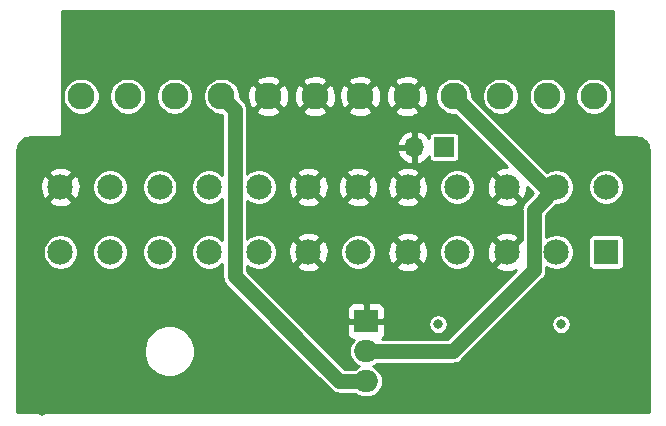
<source format=gbr>
%TF.GenerationSoftware,KiCad,Pcbnew,(5.1.6)-1*%
%TF.CreationDate,2022-02-22T09:41:32-05:00*%
%TF.ProjectId,PICO-AT,5049434f-2d41-4542-9e6b-696361645f70,rev?*%
%TF.SameCoordinates,Original*%
%TF.FileFunction,Copper,L3,Inr*%
%TF.FilePolarity,Positive*%
%FSLAX46Y46*%
G04 Gerber Fmt 4.6, Leading zero omitted, Abs format (unit mm)*
G04 Created by KiCad (PCBNEW (5.1.6)-1) date 2022-02-22 09:41:32*
%MOMM*%
%LPD*%
G01*
G04 APERTURE LIST*
%TA.AperFunction,ViaPad*%
%ADD10C,2.280000*%
%TD*%
%TA.AperFunction,ViaPad*%
%ADD11R,2.150000X2.150000*%
%TD*%
%TA.AperFunction,ViaPad*%
%ADD12C,2.150000*%
%TD*%
%TA.AperFunction,ViaPad*%
%ADD13R,2.000000X1.905000*%
%TD*%
%TA.AperFunction,ViaPad*%
%ADD14O,2.000000X1.905000*%
%TD*%
%TA.AperFunction,ViaPad*%
%ADD15R,1.700000X1.700000*%
%TD*%
%TA.AperFunction,ViaPad*%
%ADD16O,1.700000X1.700000*%
%TD*%
%TA.AperFunction,ViaPad*%
%ADD17C,0.800000*%
%TD*%
%TA.AperFunction,Conductor*%
%ADD18C,1.250000*%
%TD*%
%TA.AperFunction,Conductor*%
%ADD19C,0.254000*%
%TD*%
G04 APERTURE END LIST*
D10*
%TO.N,/GND*%
%TO.C,J1*%
X151130000Y-94488000D03*
X155090000Y-94488000D03*
%TO.N,/-12V*%
X159050000Y-94488000D03*
%TO.N,/12V*%
X163010000Y-94488000D03*
%TO.N,/5V*%
X166970000Y-94488000D03*
%TO.N,/PG*%
X170930000Y-94488000D03*
%TD*%
%TO.N,/GND*%
%TO.C,J2*%
X147308000Y-94488000D03*
X143348000Y-94488000D03*
%TO.N,/-5V*%
X139388000Y-94488000D03*
%TO.N,/5V*%
X135428000Y-94488000D03*
X131468000Y-94488000D03*
X127508000Y-94488000D03*
%TD*%
D11*
%TO.N,/3.3V*%
%TO.C,J3*%
X171958000Y-107696000D03*
D12*
X167758000Y-107696000D03*
%TO.N,/GND*%
X163558000Y-107696000D03*
%TO.N,/5V*%
X159358000Y-107696000D03*
%TO.N,/GND*%
X155158000Y-107696000D03*
%TO.N,/5V*%
X150958000Y-107696000D03*
%TO.N,/GND*%
X146758000Y-107696000D03*
%TO.N,/PG*%
X142558000Y-107696000D03*
%TO.N,/5VSB*%
X138358000Y-107696000D03*
%TO.N,/12V*%
X134158000Y-107696000D03*
X129958000Y-107696000D03*
%TO.N,/3.3V*%
X125758000Y-107696000D03*
X171958000Y-102196000D03*
%TO.N,/-12V*%
X167758000Y-102196000D03*
%TO.N,/GND*%
X163558000Y-102196000D03*
%TO.N,/PS-ON*%
X159358000Y-102196000D03*
%TO.N,/GND*%
X155158000Y-102196000D03*
X150958000Y-102196000D03*
X146758000Y-102196000D03*
%TO.N,Net-(J3-Pad20)*%
X142558000Y-102196000D03*
%TO.N,/5V*%
X138358000Y-102196000D03*
X134158000Y-102196000D03*
X129958000Y-102196000D03*
%TO.N,/GND*%
X125758000Y-102196000D03*
%TD*%
D13*
%TO.N,/GND*%
%TO.C,U1*%
X151638000Y-113538000D03*
D14*
%TO.N,/-12V*%
X151638000Y-116078000D03*
%TO.N,/-5V*%
X151638000Y-118618000D03*
%TD*%
D15*
%TO.N,/PS-ON*%
%TO.C,PWR*%
X158242000Y-98806000D03*
D16*
%TO.N,/GND*%
X155702000Y-98806000D03*
%TD*%
D17*
%TO.N,/GND*%
X169672000Y-118364000D03*
X169672000Y-119380000D03*
X159512000Y-118364000D03*
X159512000Y-119380000D03*
X164592000Y-118364000D03*
X164592000Y-119380000D03*
X174752000Y-115062000D03*
X174752000Y-116078000D03*
X124206000Y-113030000D03*
X126238000Y-115062000D03*
X124206000Y-117348000D03*
X126238000Y-119380000D03*
X122428000Y-115062000D03*
X122428000Y-119380000D03*
X124206000Y-121158000D03*
%TO.N,/5V*%
X168148000Y-113792000D03*
%TO.N,/PG*%
X157734000Y-113792000D03*
%TD*%
D18*
%TO.N,/-12V*%
X166758000Y-102196000D02*
X159050000Y-94488000D01*
X167758000Y-102196000D02*
X166758000Y-102196000D01*
X165857999Y-109188999D02*
X165857999Y-104096001D01*
X151638000Y-116078000D02*
X158968998Y-116078000D01*
X165857999Y-104096001D02*
X167758000Y-102196000D01*
X158968998Y-116078000D02*
X165857999Y-109188999D01*
%TO.N,/-5V*%
X140527999Y-95627999D02*
X139388000Y-94488000D01*
X140527999Y-109757999D02*
X140527999Y-95627999D01*
X149388000Y-118618000D02*
X140527999Y-109757999D01*
X151638000Y-118618000D02*
X149388000Y-118618000D01*
%TD*%
D19*
%TO.N,/GND*%
G36*
X172522000Y-97513795D02*
G01*
X172519813Y-97536000D01*
X172528540Y-97624607D01*
X172554386Y-97709810D01*
X172596357Y-97788333D01*
X172642825Y-97844954D01*
X172652841Y-97857159D01*
X172721667Y-97913643D01*
X172800190Y-97955614D01*
X172885393Y-97981460D01*
X172974000Y-97990187D01*
X172996205Y-97988000D01*
X174475892Y-97988000D01*
X174705800Y-98010542D01*
X174905678Y-98070889D01*
X175090039Y-98168916D01*
X175251839Y-98300876D01*
X175384932Y-98461759D01*
X175484240Y-98645425D01*
X175545981Y-98844878D01*
X175570001Y-99073411D01*
X175570000Y-121214000D01*
X122118000Y-121214000D01*
X122118000Y-115863584D01*
X132801000Y-115863584D01*
X132801000Y-116292416D01*
X132884660Y-116713008D01*
X133048767Y-117109196D01*
X133287013Y-117465757D01*
X133590243Y-117768987D01*
X133946804Y-118007233D01*
X134342992Y-118171340D01*
X134763584Y-118255000D01*
X135192416Y-118255000D01*
X135613008Y-118171340D01*
X136009196Y-118007233D01*
X136365757Y-117768987D01*
X136668987Y-117465757D01*
X136907233Y-117109196D01*
X137071340Y-116713008D01*
X137155000Y-116292416D01*
X137155000Y-115863584D01*
X137071340Y-115442992D01*
X136907233Y-115046804D01*
X136668987Y-114690243D01*
X136365757Y-114387013D01*
X136009196Y-114148767D01*
X135613008Y-113984660D01*
X135192416Y-113901000D01*
X134763584Y-113901000D01*
X134342992Y-113984660D01*
X133946804Y-114148767D01*
X133590243Y-114387013D01*
X133287013Y-114690243D01*
X133048767Y-115046804D01*
X132884660Y-115442992D01*
X132801000Y-115863584D01*
X122118000Y-115863584D01*
X122118000Y-107548066D01*
X124256000Y-107548066D01*
X124256000Y-107843934D01*
X124313721Y-108134117D01*
X124426944Y-108407464D01*
X124591320Y-108653469D01*
X124800531Y-108862680D01*
X125046536Y-109027056D01*
X125319883Y-109140279D01*
X125610066Y-109198000D01*
X125905934Y-109198000D01*
X126196117Y-109140279D01*
X126469464Y-109027056D01*
X126715469Y-108862680D01*
X126924680Y-108653469D01*
X127089056Y-108407464D01*
X127202279Y-108134117D01*
X127260000Y-107843934D01*
X127260000Y-107548066D01*
X128456000Y-107548066D01*
X128456000Y-107843934D01*
X128513721Y-108134117D01*
X128626944Y-108407464D01*
X128791320Y-108653469D01*
X129000531Y-108862680D01*
X129246536Y-109027056D01*
X129519883Y-109140279D01*
X129810066Y-109198000D01*
X130105934Y-109198000D01*
X130396117Y-109140279D01*
X130669464Y-109027056D01*
X130915469Y-108862680D01*
X131124680Y-108653469D01*
X131289056Y-108407464D01*
X131402279Y-108134117D01*
X131460000Y-107843934D01*
X131460000Y-107548066D01*
X132656000Y-107548066D01*
X132656000Y-107843934D01*
X132713721Y-108134117D01*
X132826944Y-108407464D01*
X132991320Y-108653469D01*
X133200531Y-108862680D01*
X133446536Y-109027056D01*
X133719883Y-109140279D01*
X134010066Y-109198000D01*
X134305934Y-109198000D01*
X134596117Y-109140279D01*
X134869464Y-109027056D01*
X135115469Y-108862680D01*
X135324680Y-108653469D01*
X135489056Y-108407464D01*
X135602279Y-108134117D01*
X135660000Y-107843934D01*
X135660000Y-107548066D01*
X135602279Y-107257883D01*
X135489056Y-106984536D01*
X135324680Y-106738531D01*
X135115469Y-106529320D01*
X134869464Y-106364944D01*
X134596117Y-106251721D01*
X134305934Y-106194000D01*
X134010066Y-106194000D01*
X133719883Y-106251721D01*
X133446536Y-106364944D01*
X133200531Y-106529320D01*
X132991320Y-106738531D01*
X132826944Y-106984536D01*
X132713721Y-107257883D01*
X132656000Y-107548066D01*
X131460000Y-107548066D01*
X131402279Y-107257883D01*
X131289056Y-106984536D01*
X131124680Y-106738531D01*
X130915469Y-106529320D01*
X130669464Y-106364944D01*
X130396117Y-106251721D01*
X130105934Y-106194000D01*
X129810066Y-106194000D01*
X129519883Y-106251721D01*
X129246536Y-106364944D01*
X129000531Y-106529320D01*
X128791320Y-106738531D01*
X128626944Y-106984536D01*
X128513721Y-107257883D01*
X128456000Y-107548066D01*
X127260000Y-107548066D01*
X127202279Y-107257883D01*
X127089056Y-106984536D01*
X126924680Y-106738531D01*
X126715469Y-106529320D01*
X126469464Y-106364944D01*
X126196117Y-106251721D01*
X125905934Y-106194000D01*
X125610066Y-106194000D01*
X125319883Y-106251721D01*
X125046536Y-106364944D01*
X124800531Y-106529320D01*
X124591320Y-106738531D01*
X124426944Y-106984536D01*
X124313721Y-107257883D01*
X124256000Y-107548066D01*
X122118000Y-107548066D01*
X122118000Y-103384890D01*
X124748715Y-103384890D01*
X124853531Y-103656959D01*
X125155929Y-103805340D01*
X125481465Y-103891875D01*
X125817627Y-103913239D01*
X126151498Y-103868610D01*
X126470247Y-103759704D01*
X126662469Y-103656959D01*
X126767285Y-103384890D01*
X125758000Y-102375605D01*
X124748715Y-103384890D01*
X122118000Y-103384890D01*
X122118000Y-102255627D01*
X124040761Y-102255627D01*
X124085390Y-102589498D01*
X124194296Y-102908247D01*
X124297041Y-103100469D01*
X124569110Y-103205285D01*
X125578395Y-102196000D01*
X125937605Y-102196000D01*
X126946890Y-103205285D01*
X127218959Y-103100469D01*
X127367340Y-102798071D01*
X127453875Y-102472535D01*
X127475239Y-102136373D01*
X127463435Y-102048066D01*
X128456000Y-102048066D01*
X128456000Y-102343934D01*
X128513721Y-102634117D01*
X128626944Y-102907464D01*
X128791320Y-103153469D01*
X129000531Y-103362680D01*
X129246536Y-103527056D01*
X129519883Y-103640279D01*
X129810066Y-103698000D01*
X130105934Y-103698000D01*
X130396117Y-103640279D01*
X130669464Y-103527056D01*
X130915469Y-103362680D01*
X131124680Y-103153469D01*
X131289056Y-102907464D01*
X131402279Y-102634117D01*
X131460000Y-102343934D01*
X131460000Y-102048066D01*
X132656000Y-102048066D01*
X132656000Y-102343934D01*
X132713721Y-102634117D01*
X132826944Y-102907464D01*
X132991320Y-103153469D01*
X133200531Y-103362680D01*
X133446536Y-103527056D01*
X133719883Y-103640279D01*
X134010066Y-103698000D01*
X134305934Y-103698000D01*
X134596117Y-103640279D01*
X134869464Y-103527056D01*
X135115469Y-103362680D01*
X135324680Y-103153469D01*
X135489056Y-102907464D01*
X135602279Y-102634117D01*
X135660000Y-102343934D01*
X135660000Y-102048066D01*
X136856000Y-102048066D01*
X136856000Y-102343934D01*
X136913721Y-102634117D01*
X137026944Y-102907464D01*
X137191320Y-103153469D01*
X137400531Y-103362680D01*
X137646536Y-103527056D01*
X137919883Y-103640279D01*
X138210066Y-103698000D01*
X138505934Y-103698000D01*
X138796117Y-103640279D01*
X139069464Y-103527056D01*
X139315469Y-103362680D01*
X139475999Y-103202150D01*
X139475999Y-106689850D01*
X139315469Y-106529320D01*
X139069464Y-106364944D01*
X138796117Y-106251721D01*
X138505934Y-106194000D01*
X138210066Y-106194000D01*
X137919883Y-106251721D01*
X137646536Y-106364944D01*
X137400531Y-106529320D01*
X137191320Y-106738531D01*
X137026944Y-106984536D01*
X136913721Y-107257883D01*
X136856000Y-107548066D01*
X136856000Y-107843934D01*
X136913721Y-108134117D01*
X137026944Y-108407464D01*
X137191320Y-108653469D01*
X137400531Y-108862680D01*
X137646536Y-109027056D01*
X137919883Y-109140279D01*
X138210066Y-109198000D01*
X138505934Y-109198000D01*
X138796117Y-109140279D01*
X139069464Y-109027056D01*
X139315469Y-108862680D01*
X139475999Y-108702150D01*
X139475999Y-109706320D01*
X139470909Y-109757999D01*
X139475999Y-109809677D01*
X139491221Y-109964226D01*
X139551375Y-110162529D01*
X139649061Y-110345287D01*
X139780523Y-110505475D01*
X139820679Y-110538430D01*
X148607578Y-119325331D01*
X148640524Y-119365476D01*
X148800712Y-119496938D01*
X148983469Y-119594624D01*
X149181772Y-119654778D01*
X149388000Y-119675090D01*
X149439679Y-119670000D01*
X150697848Y-119670000D01*
X150820383Y-119770562D01*
X151060034Y-119898658D01*
X151320071Y-119977539D01*
X151522738Y-119997500D01*
X151753262Y-119997500D01*
X151955929Y-119977539D01*
X152215966Y-119898658D01*
X152455617Y-119770562D01*
X152665673Y-119598173D01*
X152838062Y-119388117D01*
X152966158Y-119148466D01*
X153045039Y-118888429D01*
X153071674Y-118618000D01*
X153045039Y-118347571D01*
X152966158Y-118087534D01*
X152838062Y-117847883D01*
X152665673Y-117637827D01*
X152455617Y-117465438D01*
X152235906Y-117348000D01*
X152455617Y-117230562D01*
X152578152Y-117130000D01*
X158917319Y-117130000D01*
X158968998Y-117135090D01*
X159020677Y-117130000D01*
X159175226Y-117114778D01*
X159373529Y-117054624D01*
X159556286Y-116956938D01*
X159716474Y-116825476D01*
X159749429Y-116785320D01*
X162824201Y-113710548D01*
X167321000Y-113710548D01*
X167321000Y-113873452D01*
X167352782Y-114033227D01*
X167415123Y-114183731D01*
X167505628Y-114319181D01*
X167620819Y-114434372D01*
X167756269Y-114524877D01*
X167906773Y-114587218D01*
X168066548Y-114619000D01*
X168229452Y-114619000D01*
X168389227Y-114587218D01*
X168539731Y-114524877D01*
X168675181Y-114434372D01*
X168790372Y-114319181D01*
X168880877Y-114183731D01*
X168943218Y-114033227D01*
X168975000Y-113873452D01*
X168975000Y-113710548D01*
X168943218Y-113550773D01*
X168880877Y-113400269D01*
X168790372Y-113264819D01*
X168675181Y-113149628D01*
X168539731Y-113059123D01*
X168389227Y-112996782D01*
X168229452Y-112965000D01*
X168066548Y-112965000D01*
X167906773Y-112996782D01*
X167756269Y-113059123D01*
X167620819Y-113149628D01*
X167505628Y-113264819D01*
X167415123Y-113400269D01*
X167352782Y-113550773D01*
X167321000Y-113710548D01*
X162824201Y-113710548D01*
X166565330Y-109969421D01*
X166605475Y-109936475D01*
X166736937Y-109776287D01*
X166834623Y-109593530D01*
X166894777Y-109395227D01*
X166909999Y-109240678D01*
X166909999Y-109240677D01*
X166915089Y-109188999D01*
X166909999Y-109137320D01*
X166909999Y-108935824D01*
X167046536Y-109027056D01*
X167319883Y-109140279D01*
X167610066Y-109198000D01*
X167905934Y-109198000D01*
X168196117Y-109140279D01*
X168469464Y-109027056D01*
X168715469Y-108862680D01*
X168924680Y-108653469D01*
X169089056Y-108407464D01*
X169202279Y-108134117D01*
X169260000Y-107843934D01*
X169260000Y-107548066D01*
X169202279Y-107257883D01*
X169089056Y-106984536D01*
X168924680Y-106738531D01*
X168807149Y-106621000D01*
X170453934Y-106621000D01*
X170453934Y-108771000D01*
X170462178Y-108854707D01*
X170486595Y-108935196D01*
X170526245Y-109009376D01*
X170579605Y-109074395D01*
X170644624Y-109127755D01*
X170718804Y-109167405D01*
X170799293Y-109191822D01*
X170883000Y-109200066D01*
X173033000Y-109200066D01*
X173116707Y-109191822D01*
X173197196Y-109167405D01*
X173271376Y-109127755D01*
X173336395Y-109074395D01*
X173389755Y-109009376D01*
X173429405Y-108935196D01*
X173453822Y-108854707D01*
X173462066Y-108771000D01*
X173462066Y-106621000D01*
X173453822Y-106537293D01*
X173429405Y-106456804D01*
X173389755Y-106382624D01*
X173336395Y-106317605D01*
X173271376Y-106264245D01*
X173197196Y-106224595D01*
X173116707Y-106200178D01*
X173033000Y-106191934D01*
X170883000Y-106191934D01*
X170799293Y-106200178D01*
X170718804Y-106224595D01*
X170644624Y-106264245D01*
X170579605Y-106317605D01*
X170526245Y-106382624D01*
X170486595Y-106456804D01*
X170462178Y-106537293D01*
X170453934Y-106621000D01*
X168807149Y-106621000D01*
X168715469Y-106529320D01*
X168469464Y-106364944D01*
X168196117Y-106251721D01*
X167905934Y-106194000D01*
X167610066Y-106194000D01*
X167319883Y-106251721D01*
X167046536Y-106364944D01*
X166909999Y-106456176D01*
X166909999Y-104531752D01*
X167743752Y-103698000D01*
X167905934Y-103698000D01*
X168196117Y-103640279D01*
X168469464Y-103527056D01*
X168715469Y-103362680D01*
X168924680Y-103153469D01*
X169089056Y-102907464D01*
X169202279Y-102634117D01*
X169260000Y-102343934D01*
X169260000Y-102048066D01*
X170456000Y-102048066D01*
X170456000Y-102343934D01*
X170513721Y-102634117D01*
X170626944Y-102907464D01*
X170791320Y-103153469D01*
X171000531Y-103362680D01*
X171246536Y-103527056D01*
X171519883Y-103640279D01*
X171810066Y-103698000D01*
X172105934Y-103698000D01*
X172396117Y-103640279D01*
X172669464Y-103527056D01*
X172915469Y-103362680D01*
X173124680Y-103153469D01*
X173289056Y-102907464D01*
X173402279Y-102634117D01*
X173460000Y-102343934D01*
X173460000Y-102048066D01*
X173402279Y-101757883D01*
X173289056Y-101484536D01*
X173124680Y-101238531D01*
X172915469Y-101029320D01*
X172669464Y-100864944D01*
X172396117Y-100751721D01*
X172105934Y-100694000D01*
X171810066Y-100694000D01*
X171519883Y-100751721D01*
X171246536Y-100864944D01*
X171000531Y-101029320D01*
X170791320Y-101238531D01*
X170626944Y-101484536D01*
X170513721Y-101757883D01*
X170456000Y-102048066D01*
X169260000Y-102048066D01*
X169202279Y-101757883D01*
X169089056Y-101484536D01*
X168924680Y-101238531D01*
X168715469Y-101029320D01*
X168469464Y-100864944D01*
X168196117Y-100751721D01*
X167905934Y-100694000D01*
X167610066Y-100694000D01*
X167319883Y-100751721D01*
X167046536Y-100864944D01*
X166967504Y-100917752D01*
X160617000Y-94567249D01*
X160617000Y-94333664D01*
X161443000Y-94333664D01*
X161443000Y-94642336D01*
X161503219Y-94945077D01*
X161621343Y-95230253D01*
X161792832Y-95486904D01*
X162011096Y-95705168D01*
X162267747Y-95876657D01*
X162552923Y-95994781D01*
X162855664Y-96055000D01*
X163164336Y-96055000D01*
X163467077Y-95994781D01*
X163752253Y-95876657D01*
X164008904Y-95705168D01*
X164227168Y-95486904D01*
X164398657Y-95230253D01*
X164516781Y-94945077D01*
X164577000Y-94642336D01*
X164577000Y-94333664D01*
X165403000Y-94333664D01*
X165403000Y-94642336D01*
X165463219Y-94945077D01*
X165581343Y-95230253D01*
X165752832Y-95486904D01*
X165971096Y-95705168D01*
X166227747Y-95876657D01*
X166512923Y-95994781D01*
X166815664Y-96055000D01*
X167124336Y-96055000D01*
X167427077Y-95994781D01*
X167712253Y-95876657D01*
X167968904Y-95705168D01*
X168187168Y-95486904D01*
X168358657Y-95230253D01*
X168476781Y-94945077D01*
X168537000Y-94642336D01*
X168537000Y-94333664D01*
X169363000Y-94333664D01*
X169363000Y-94642336D01*
X169423219Y-94945077D01*
X169541343Y-95230253D01*
X169712832Y-95486904D01*
X169931096Y-95705168D01*
X170187747Y-95876657D01*
X170472923Y-95994781D01*
X170775664Y-96055000D01*
X171084336Y-96055000D01*
X171387077Y-95994781D01*
X171672253Y-95876657D01*
X171928904Y-95705168D01*
X172147168Y-95486904D01*
X172318657Y-95230253D01*
X172436781Y-94945077D01*
X172497000Y-94642336D01*
X172497000Y-94333664D01*
X172436781Y-94030923D01*
X172318657Y-93745747D01*
X172147168Y-93489096D01*
X171928904Y-93270832D01*
X171672253Y-93099343D01*
X171387077Y-92981219D01*
X171084336Y-92921000D01*
X170775664Y-92921000D01*
X170472923Y-92981219D01*
X170187747Y-93099343D01*
X169931096Y-93270832D01*
X169712832Y-93489096D01*
X169541343Y-93745747D01*
X169423219Y-94030923D01*
X169363000Y-94333664D01*
X168537000Y-94333664D01*
X168476781Y-94030923D01*
X168358657Y-93745747D01*
X168187168Y-93489096D01*
X167968904Y-93270832D01*
X167712253Y-93099343D01*
X167427077Y-92981219D01*
X167124336Y-92921000D01*
X166815664Y-92921000D01*
X166512923Y-92981219D01*
X166227747Y-93099343D01*
X165971096Y-93270832D01*
X165752832Y-93489096D01*
X165581343Y-93745747D01*
X165463219Y-94030923D01*
X165403000Y-94333664D01*
X164577000Y-94333664D01*
X164516781Y-94030923D01*
X164398657Y-93745747D01*
X164227168Y-93489096D01*
X164008904Y-93270832D01*
X163752253Y-93099343D01*
X163467077Y-92981219D01*
X163164336Y-92921000D01*
X162855664Y-92921000D01*
X162552923Y-92981219D01*
X162267747Y-93099343D01*
X162011096Y-93270832D01*
X161792832Y-93489096D01*
X161621343Y-93745747D01*
X161503219Y-94030923D01*
X161443000Y-94333664D01*
X160617000Y-94333664D01*
X160556781Y-94030923D01*
X160438657Y-93745747D01*
X160267168Y-93489096D01*
X160048904Y-93270832D01*
X159792253Y-93099343D01*
X159507077Y-92981219D01*
X159204336Y-92921000D01*
X158895664Y-92921000D01*
X158592923Y-92981219D01*
X158307747Y-93099343D01*
X158051096Y-93270832D01*
X157832832Y-93489096D01*
X157661343Y-93745747D01*
X157543219Y-94030923D01*
X157483000Y-94333664D01*
X157483000Y-94642336D01*
X157543219Y-94945077D01*
X157661343Y-95230253D01*
X157832832Y-95486904D01*
X158051096Y-95705168D01*
X158307747Y-95876657D01*
X158592923Y-95994781D01*
X158895664Y-96055000D01*
X159129249Y-96055000D01*
X163556717Y-100482469D01*
X163498373Y-100478761D01*
X163164502Y-100523390D01*
X162845753Y-100632296D01*
X162653531Y-100735041D01*
X162548715Y-101007110D01*
X163558000Y-102016395D01*
X163572143Y-102002253D01*
X163751748Y-102181858D01*
X163737605Y-102196000D01*
X164746890Y-103205285D01*
X165018959Y-103100469D01*
X165167340Y-102798071D01*
X165253875Y-102472535D01*
X165271378Y-102197130D01*
X165770248Y-102696000D01*
X165150674Y-103315575D01*
X165110524Y-103348525D01*
X164979062Y-103508713D01*
X164926847Y-103606400D01*
X164881375Y-103691471D01*
X164821221Y-103889774D01*
X164800909Y-104096001D01*
X164806000Y-104147690D01*
X164805999Y-106709487D01*
X164746890Y-106686715D01*
X163737605Y-107696000D01*
X163751748Y-107710143D01*
X163572143Y-107889748D01*
X163558000Y-107875605D01*
X162548715Y-108884890D01*
X162653531Y-109156959D01*
X162955929Y-109305340D01*
X163281465Y-109391875D01*
X163617627Y-109413239D01*
X163951498Y-109368610D01*
X164270247Y-109259704D01*
X164333179Y-109226066D01*
X158533247Y-115026000D01*
X152983209Y-115026000D01*
X152992494Y-115021037D01*
X153089185Y-114941685D01*
X153168537Y-114844994D01*
X153227502Y-114734680D01*
X153263812Y-114614982D01*
X153276072Y-114490500D01*
X153273000Y-113823750D01*
X153159798Y-113710548D01*
X156907000Y-113710548D01*
X156907000Y-113873452D01*
X156938782Y-114033227D01*
X157001123Y-114183731D01*
X157091628Y-114319181D01*
X157206819Y-114434372D01*
X157342269Y-114524877D01*
X157492773Y-114587218D01*
X157652548Y-114619000D01*
X157815452Y-114619000D01*
X157975227Y-114587218D01*
X158125731Y-114524877D01*
X158261181Y-114434372D01*
X158376372Y-114319181D01*
X158466877Y-114183731D01*
X158529218Y-114033227D01*
X158561000Y-113873452D01*
X158561000Y-113710548D01*
X158529218Y-113550773D01*
X158466877Y-113400269D01*
X158376372Y-113264819D01*
X158261181Y-113149628D01*
X158125731Y-113059123D01*
X157975227Y-112996782D01*
X157815452Y-112965000D01*
X157652548Y-112965000D01*
X157492773Y-112996782D01*
X157342269Y-113059123D01*
X157206819Y-113149628D01*
X157091628Y-113264819D01*
X157001123Y-113400269D01*
X156938782Y-113550773D01*
X156907000Y-113710548D01*
X153159798Y-113710548D01*
X153114250Y-113665000D01*
X151765000Y-113665000D01*
X151765000Y-113685000D01*
X151511000Y-113685000D01*
X151511000Y-113665000D01*
X150161750Y-113665000D01*
X150003000Y-113823750D01*
X149999928Y-114490500D01*
X150012188Y-114614982D01*
X150048498Y-114734680D01*
X150107463Y-114844994D01*
X150186815Y-114941685D01*
X150283506Y-115021037D01*
X150393820Y-115080002D01*
X150513518Y-115116312D01*
X150589052Y-115123751D01*
X150437938Y-115307883D01*
X150309842Y-115547534D01*
X150230961Y-115807571D01*
X150204326Y-116078000D01*
X150230961Y-116348429D01*
X150309842Y-116608466D01*
X150437938Y-116848117D01*
X150610327Y-117058173D01*
X150820383Y-117230562D01*
X151040094Y-117348000D01*
X150820383Y-117465438D01*
X150697848Y-117566000D01*
X149823753Y-117566000D01*
X144843252Y-112585500D01*
X149999928Y-112585500D01*
X150003000Y-113252250D01*
X150161750Y-113411000D01*
X151511000Y-113411000D01*
X151511000Y-112109250D01*
X151765000Y-112109250D01*
X151765000Y-113411000D01*
X153114250Y-113411000D01*
X153273000Y-113252250D01*
X153276072Y-112585500D01*
X153263812Y-112461018D01*
X153227502Y-112341320D01*
X153168537Y-112231006D01*
X153089185Y-112134315D01*
X152992494Y-112054963D01*
X152882180Y-111995998D01*
X152762482Y-111959688D01*
X152638000Y-111947428D01*
X151923750Y-111950500D01*
X151765000Y-112109250D01*
X151511000Y-112109250D01*
X151352250Y-111950500D01*
X150638000Y-111947428D01*
X150513518Y-111959688D01*
X150393820Y-111995998D01*
X150283506Y-112054963D01*
X150186815Y-112134315D01*
X150107463Y-112231006D01*
X150048498Y-112341320D01*
X150012188Y-112461018D01*
X149999928Y-112585500D01*
X144843252Y-112585500D01*
X141579999Y-109322248D01*
X141579999Y-108842148D01*
X141600531Y-108862680D01*
X141846536Y-109027056D01*
X142119883Y-109140279D01*
X142410066Y-109198000D01*
X142705934Y-109198000D01*
X142996117Y-109140279D01*
X143269464Y-109027056D01*
X143482229Y-108884890D01*
X145748715Y-108884890D01*
X145853531Y-109156959D01*
X146155929Y-109305340D01*
X146481465Y-109391875D01*
X146817627Y-109413239D01*
X147151498Y-109368610D01*
X147470247Y-109259704D01*
X147662469Y-109156959D01*
X147767285Y-108884890D01*
X146758000Y-107875605D01*
X145748715Y-108884890D01*
X143482229Y-108884890D01*
X143515469Y-108862680D01*
X143724680Y-108653469D01*
X143889056Y-108407464D01*
X144002279Y-108134117D01*
X144060000Y-107843934D01*
X144060000Y-107755627D01*
X145040761Y-107755627D01*
X145085390Y-108089498D01*
X145194296Y-108408247D01*
X145297041Y-108600469D01*
X145569110Y-108705285D01*
X146578395Y-107696000D01*
X146937605Y-107696000D01*
X147946890Y-108705285D01*
X148218959Y-108600469D01*
X148367340Y-108298071D01*
X148453875Y-107972535D01*
X148475239Y-107636373D01*
X148463435Y-107548066D01*
X149456000Y-107548066D01*
X149456000Y-107843934D01*
X149513721Y-108134117D01*
X149626944Y-108407464D01*
X149791320Y-108653469D01*
X150000531Y-108862680D01*
X150246536Y-109027056D01*
X150519883Y-109140279D01*
X150810066Y-109198000D01*
X151105934Y-109198000D01*
X151396117Y-109140279D01*
X151669464Y-109027056D01*
X151882229Y-108884890D01*
X154148715Y-108884890D01*
X154253531Y-109156959D01*
X154555929Y-109305340D01*
X154881465Y-109391875D01*
X155217627Y-109413239D01*
X155551498Y-109368610D01*
X155870247Y-109259704D01*
X156062469Y-109156959D01*
X156167285Y-108884890D01*
X155158000Y-107875605D01*
X154148715Y-108884890D01*
X151882229Y-108884890D01*
X151915469Y-108862680D01*
X152124680Y-108653469D01*
X152289056Y-108407464D01*
X152402279Y-108134117D01*
X152460000Y-107843934D01*
X152460000Y-107755627D01*
X153440761Y-107755627D01*
X153485390Y-108089498D01*
X153594296Y-108408247D01*
X153697041Y-108600469D01*
X153969110Y-108705285D01*
X154978395Y-107696000D01*
X155337605Y-107696000D01*
X156346890Y-108705285D01*
X156618959Y-108600469D01*
X156767340Y-108298071D01*
X156853875Y-107972535D01*
X156875239Y-107636373D01*
X156863435Y-107548066D01*
X157856000Y-107548066D01*
X157856000Y-107843934D01*
X157913721Y-108134117D01*
X158026944Y-108407464D01*
X158191320Y-108653469D01*
X158400531Y-108862680D01*
X158646536Y-109027056D01*
X158919883Y-109140279D01*
X159210066Y-109198000D01*
X159505934Y-109198000D01*
X159796117Y-109140279D01*
X160069464Y-109027056D01*
X160315469Y-108862680D01*
X160524680Y-108653469D01*
X160689056Y-108407464D01*
X160802279Y-108134117D01*
X160860000Y-107843934D01*
X160860000Y-107755627D01*
X161840761Y-107755627D01*
X161885390Y-108089498D01*
X161994296Y-108408247D01*
X162097041Y-108600469D01*
X162369110Y-108705285D01*
X163378395Y-107696000D01*
X162369110Y-106686715D01*
X162097041Y-106791531D01*
X161948660Y-107093929D01*
X161862125Y-107419465D01*
X161840761Y-107755627D01*
X160860000Y-107755627D01*
X160860000Y-107548066D01*
X160802279Y-107257883D01*
X160689056Y-106984536D01*
X160524680Y-106738531D01*
X160315469Y-106529320D01*
X160282230Y-106507110D01*
X162548715Y-106507110D01*
X163558000Y-107516395D01*
X164567285Y-106507110D01*
X164462469Y-106235041D01*
X164160071Y-106086660D01*
X163834535Y-106000125D01*
X163498373Y-105978761D01*
X163164502Y-106023390D01*
X162845753Y-106132296D01*
X162653531Y-106235041D01*
X162548715Y-106507110D01*
X160282230Y-106507110D01*
X160069464Y-106364944D01*
X159796117Y-106251721D01*
X159505934Y-106194000D01*
X159210066Y-106194000D01*
X158919883Y-106251721D01*
X158646536Y-106364944D01*
X158400531Y-106529320D01*
X158191320Y-106738531D01*
X158026944Y-106984536D01*
X157913721Y-107257883D01*
X157856000Y-107548066D01*
X156863435Y-107548066D01*
X156830610Y-107302502D01*
X156721704Y-106983753D01*
X156618959Y-106791531D01*
X156346890Y-106686715D01*
X155337605Y-107696000D01*
X154978395Y-107696000D01*
X153969110Y-106686715D01*
X153697041Y-106791531D01*
X153548660Y-107093929D01*
X153462125Y-107419465D01*
X153440761Y-107755627D01*
X152460000Y-107755627D01*
X152460000Y-107548066D01*
X152402279Y-107257883D01*
X152289056Y-106984536D01*
X152124680Y-106738531D01*
X151915469Y-106529320D01*
X151882230Y-106507110D01*
X154148715Y-106507110D01*
X155158000Y-107516395D01*
X156167285Y-106507110D01*
X156062469Y-106235041D01*
X155760071Y-106086660D01*
X155434535Y-106000125D01*
X155098373Y-105978761D01*
X154764502Y-106023390D01*
X154445753Y-106132296D01*
X154253531Y-106235041D01*
X154148715Y-106507110D01*
X151882230Y-106507110D01*
X151669464Y-106364944D01*
X151396117Y-106251721D01*
X151105934Y-106194000D01*
X150810066Y-106194000D01*
X150519883Y-106251721D01*
X150246536Y-106364944D01*
X150000531Y-106529320D01*
X149791320Y-106738531D01*
X149626944Y-106984536D01*
X149513721Y-107257883D01*
X149456000Y-107548066D01*
X148463435Y-107548066D01*
X148430610Y-107302502D01*
X148321704Y-106983753D01*
X148218959Y-106791531D01*
X147946890Y-106686715D01*
X146937605Y-107696000D01*
X146578395Y-107696000D01*
X145569110Y-106686715D01*
X145297041Y-106791531D01*
X145148660Y-107093929D01*
X145062125Y-107419465D01*
X145040761Y-107755627D01*
X144060000Y-107755627D01*
X144060000Y-107548066D01*
X144002279Y-107257883D01*
X143889056Y-106984536D01*
X143724680Y-106738531D01*
X143515469Y-106529320D01*
X143482230Y-106507110D01*
X145748715Y-106507110D01*
X146758000Y-107516395D01*
X147767285Y-106507110D01*
X147662469Y-106235041D01*
X147360071Y-106086660D01*
X147034535Y-106000125D01*
X146698373Y-105978761D01*
X146364502Y-106023390D01*
X146045753Y-106132296D01*
X145853531Y-106235041D01*
X145748715Y-106507110D01*
X143482230Y-106507110D01*
X143269464Y-106364944D01*
X142996117Y-106251721D01*
X142705934Y-106194000D01*
X142410066Y-106194000D01*
X142119883Y-106251721D01*
X141846536Y-106364944D01*
X141600531Y-106529320D01*
X141579999Y-106549852D01*
X141579999Y-103342148D01*
X141600531Y-103362680D01*
X141846536Y-103527056D01*
X142119883Y-103640279D01*
X142410066Y-103698000D01*
X142705934Y-103698000D01*
X142996117Y-103640279D01*
X143269464Y-103527056D01*
X143482229Y-103384890D01*
X145748715Y-103384890D01*
X145853531Y-103656959D01*
X146155929Y-103805340D01*
X146481465Y-103891875D01*
X146817627Y-103913239D01*
X147151498Y-103868610D01*
X147470247Y-103759704D01*
X147662469Y-103656959D01*
X147767285Y-103384890D01*
X149948715Y-103384890D01*
X150053531Y-103656959D01*
X150355929Y-103805340D01*
X150681465Y-103891875D01*
X151017627Y-103913239D01*
X151351498Y-103868610D01*
X151670247Y-103759704D01*
X151862469Y-103656959D01*
X151967285Y-103384890D01*
X154148715Y-103384890D01*
X154253531Y-103656959D01*
X154555929Y-103805340D01*
X154881465Y-103891875D01*
X155217627Y-103913239D01*
X155551498Y-103868610D01*
X155870247Y-103759704D01*
X156062469Y-103656959D01*
X156167285Y-103384890D01*
X155158000Y-102375605D01*
X154148715Y-103384890D01*
X151967285Y-103384890D01*
X150958000Y-102375605D01*
X149948715Y-103384890D01*
X147767285Y-103384890D01*
X146758000Y-102375605D01*
X145748715Y-103384890D01*
X143482229Y-103384890D01*
X143515469Y-103362680D01*
X143724680Y-103153469D01*
X143889056Y-102907464D01*
X144002279Y-102634117D01*
X144060000Y-102343934D01*
X144060000Y-102255627D01*
X145040761Y-102255627D01*
X145085390Y-102589498D01*
X145194296Y-102908247D01*
X145297041Y-103100469D01*
X145569110Y-103205285D01*
X146578395Y-102196000D01*
X146937605Y-102196000D01*
X147946890Y-103205285D01*
X148218959Y-103100469D01*
X148367340Y-102798071D01*
X148453875Y-102472535D01*
X148467660Y-102255627D01*
X149240761Y-102255627D01*
X149285390Y-102589498D01*
X149394296Y-102908247D01*
X149497041Y-103100469D01*
X149769110Y-103205285D01*
X150778395Y-102196000D01*
X151137605Y-102196000D01*
X152146890Y-103205285D01*
X152418959Y-103100469D01*
X152567340Y-102798071D01*
X152653875Y-102472535D01*
X152667660Y-102255627D01*
X153440761Y-102255627D01*
X153485390Y-102589498D01*
X153594296Y-102908247D01*
X153697041Y-103100469D01*
X153969110Y-103205285D01*
X154978395Y-102196000D01*
X155337605Y-102196000D01*
X156346890Y-103205285D01*
X156618959Y-103100469D01*
X156767340Y-102798071D01*
X156853875Y-102472535D01*
X156875239Y-102136373D01*
X156863435Y-102048066D01*
X157856000Y-102048066D01*
X157856000Y-102343934D01*
X157913721Y-102634117D01*
X158026944Y-102907464D01*
X158191320Y-103153469D01*
X158400531Y-103362680D01*
X158646536Y-103527056D01*
X158919883Y-103640279D01*
X159210066Y-103698000D01*
X159505934Y-103698000D01*
X159796117Y-103640279D01*
X160069464Y-103527056D01*
X160282229Y-103384890D01*
X162548715Y-103384890D01*
X162653531Y-103656959D01*
X162955929Y-103805340D01*
X163281465Y-103891875D01*
X163617627Y-103913239D01*
X163951498Y-103868610D01*
X164270247Y-103759704D01*
X164462469Y-103656959D01*
X164567285Y-103384890D01*
X163558000Y-102375605D01*
X162548715Y-103384890D01*
X160282229Y-103384890D01*
X160315469Y-103362680D01*
X160524680Y-103153469D01*
X160689056Y-102907464D01*
X160802279Y-102634117D01*
X160860000Y-102343934D01*
X160860000Y-102255627D01*
X161840761Y-102255627D01*
X161885390Y-102589498D01*
X161994296Y-102908247D01*
X162097041Y-103100469D01*
X162369110Y-103205285D01*
X163378395Y-102196000D01*
X162369110Y-101186715D01*
X162097041Y-101291531D01*
X161948660Y-101593929D01*
X161862125Y-101919465D01*
X161840761Y-102255627D01*
X160860000Y-102255627D01*
X160860000Y-102048066D01*
X160802279Y-101757883D01*
X160689056Y-101484536D01*
X160524680Y-101238531D01*
X160315469Y-101029320D01*
X160069464Y-100864944D01*
X159796117Y-100751721D01*
X159505934Y-100694000D01*
X159210066Y-100694000D01*
X158919883Y-100751721D01*
X158646536Y-100864944D01*
X158400531Y-101029320D01*
X158191320Y-101238531D01*
X158026944Y-101484536D01*
X157913721Y-101757883D01*
X157856000Y-102048066D01*
X156863435Y-102048066D01*
X156830610Y-101802502D01*
X156721704Y-101483753D01*
X156618959Y-101291531D01*
X156346890Y-101186715D01*
X155337605Y-102196000D01*
X154978395Y-102196000D01*
X153969110Y-101186715D01*
X153697041Y-101291531D01*
X153548660Y-101593929D01*
X153462125Y-101919465D01*
X153440761Y-102255627D01*
X152667660Y-102255627D01*
X152675239Y-102136373D01*
X152630610Y-101802502D01*
X152521704Y-101483753D01*
X152418959Y-101291531D01*
X152146890Y-101186715D01*
X151137605Y-102196000D01*
X150778395Y-102196000D01*
X149769110Y-101186715D01*
X149497041Y-101291531D01*
X149348660Y-101593929D01*
X149262125Y-101919465D01*
X149240761Y-102255627D01*
X148467660Y-102255627D01*
X148475239Y-102136373D01*
X148430610Y-101802502D01*
X148321704Y-101483753D01*
X148218959Y-101291531D01*
X147946890Y-101186715D01*
X146937605Y-102196000D01*
X146578395Y-102196000D01*
X145569110Y-101186715D01*
X145297041Y-101291531D01*
X145148660Y-101593929D01*
X145062125Y-101919465D01*
X145040761Y-102255627D01*
X144060000Y-102255627D01*
X144060000Y-102048066D01*
X144002279Y-101757883D01*
X143889056Y-101484536D01*
X143724680Y-101238531D01*
X143515469Y-101029320D01*
X143482230Y-101007110D01*
X145748715Y-101007110D01*
X146758000Y-102016395D01*
X147767285Y-101007110D01*
X149948715Y-101007110D01*
X150958000Y-102016395D01*
X151967285Y-101007110D01*
X154148715Y-101007110D01*
X155158000Y-102016395D01*
X156167285Y-101007110D01*
X156062469Y-100735041D01*
X155760071Y-100586660D01*
X155434535Y-100500125D01*
X155098373Y-100478761D01*
X154764502Y-100523390D01*
X154445753Y-100632296D01*
X154253531Y-100735041D01*
X154148715Y-101007110D01*
X151967285Y-101007110D01*
X151862469Y-100735041D01*
X151560071Y-100586660D01*
X151234535Y-100500125D01*
X150898373Y-100478761D01*
X150564502Y-100523390D01*
X150245753Y-100632296D01*
X150053531Y-100735041D01*
X149948715Y-101007110D01*
X147767285Y-101007110D01*
X147662469Y-100735041D01*
X147360071Y-100586660D01*
X147034535Y-100500125D01*
X146698373Y-100478761D01*
X146364502Y-100523390D01*
X146045753Y-100632296D01*
X145853531Y-100735041D01*
X145748715Y-101007110D01*
X143482230Y-101007110D01*
X143269464Y-100864944D01*
X142996117Y-100751721D01*
X142705934Y-100694000D01*
X142410066Y-100694000D01*
X142119883Y-100751721D01*
X141846536Y-100864944D01*
X141600531Y-101029320D01*
X141579999Y-101049852D01*
X141579999Y-99162891D01*
X154260519Y-99162891D01*
X154357843Y-99437252D01*
X154506822Y-99687355D01*
X154701731Y-99903588D01*
X154935080Y-100077641D01*
X155197901Y-100202825D01*
X155345110Y-100247476D01*
X155575000Y-100126155D01*
X155575000Y-98933000D01*
X154381186Y-98933000D01*
X154260519Y-99162891D01*
X141579999Y-99162891D01*
X141579999Y-98449109D01*
X154260519Y-98449109D01*
X154381186Y-98679000D01*
X155575000Y-98679000D01*
X155575000Y-97485845D01*
X155829000Y-97485845D01*
X155829000Y-98679000D01*
X155849000Y-98679000D01*
X155849000Y-98933000D01*
X155829000Y-98933000D01*
X155829000Y-100126155D01*
X156058890Y-100247476D01*
X156206099Y-100202825D01*
X156468920Y-100077641D01*
X156702269Y-99903588D01*
X156897178Y-99687355D01*
X156962934Y-99576965D01*
X156962934Y-99656000D01*
X156971178Y-99739707D01*
X156995595Y-99820196D01*
X157035245Y-99894376D01*
X157088605Y-99959395D01*
X157153624Y-100012755D01*
X157227804Y-100052405D01*
X157308293Y-100076822D01*
X157392000Y-100085066D01*
X159092000Y-100085066D01*
X159175707Y-100076822D01*
X159256196Y-100052405D01*
X159330376Y-100012755D01*
X159395395Y-99959395D01*
X159448755Y-99894376D01*
X159488405Y-99820196D01*
X159512822Y-99739707D01*
X159521066Y-99656000D01*
X159521066Y-97956000D01*
X159512822Y-97872293D01*
X159488405Y-97791804D01*
X159448755Y-97717624D01*
X159395395Y-97652605D01*
X159330376Y-97599245D01*
X159256196Y-97559595D01*
X159175707Y-97535178D01*
X159092000Y-97526934D01*
X157392000Y-97526934D01*
X157308293Y-97535178D01*
X157227804Y-97559595D01*
X157153624Y-97599245D01*
X157088605Y-97652605D01*
X157035245Y-97717624D01*
X156995595Y-97791804D01*
X156971178Y-97872293D01*
X156962934Y-97956000D01*
X156962934Y-98035035D01*
X156897178Y-97924645D01*
X156702269Y-97708412D01*
X156468920Y-97534359D01*
X156206099Y-97409175D01*
X156058890Y-97364524D01*
X155829000Y-97485845D01*
X155575000Y-97485845D01*
X155345110Y-97364524D01*
X155197901Y-97409175D01*
X154935080Y-97534359D01*
X154701731Y-97708412D01*
X154506822Y-97924645D01*
X154357843Y-98174748D01*
X154260519Y-98449109D01*
X141579999Y-98449109D01*
X141579999Y-95723222D01*
X142292384Y-95723222D01*
X142405039Y-96001940D01*
X142718513Y-96156812D01*
X143056178Y-96247554D01*
X143405057Y-96270676D01*
X143751743Y-96225291D01*
X144082914Y-96113144D01*
X144290961Y-96001940D01*
X144403616Y-95723222D01*
X146252384Y-95723222D01*
X146365039Y-96001940D01*
X146678513Y-96156812D01*
X147016178Y-96247554D01*
X147365057Y-96270676D01*
X147711743Y-96225291D01*
X148042914Y-96113144D01*
X148250961Y-96001940D01*
X148363616Y-95723222D01*
X150074384Y-95723222D01*
X150187039Y-96001940D01*
X150500513Y-96156812D01*
X150838178Y-96247554D01*
X151187057Y-96270676D01*
X151533743Y-96225291D01*
X151864914Y-96113144D01*
X152072961Y-96001940D01*
X152185616Y-95723222D01*
X154034384Y-95723222D01*
X154147039Y-96001940D01*
X154460513Y-96156812D01*
X154798178Y-96247554D01*
X155147057Y-96270676D01*
X155493743Y-96225291D01*
X155824914Y-96113144D01*
X156032961Y-96001940D01*
X156145616Y-95723222D01*
X155090000Y-94667605D01*
X154034384Y-95723222D01*
X152185616Y-95723222D01*
X151130000Y-94667605D01*
X150074384Y-95723222D01*
X148363616Y-95723222D01*
X147308000Y-94667605D01*
X146252384Y-95723222D01*
X144403616Y-95723222D01*
X143348000Y-94667605D01*
X142292384Y-95723222D01*
X141579999Y-95723222D01*
X141579999Y-95679677D01*
X141585089Y-95627998D01*
X141564777Y-95421771D01*
X141504623Y-95223468D01*
X141489584Y-95195333D01*
X141406937Y-95040711D01*
X141275475Y-94880523D01*
X141235325Y-94847573D01*
X140955000Y-94567248D01*
X140955000Y-94545057D01*
X141565324Y-94545057D01*
X141610709Y-94891743D01*
X141722856Y-95222914D01*
X141834060Y-95430961D01*
X142112778Y-95543616D01*
X143168395Y-94488000D01*
X143527605Y-94488000D01*
X144583222Y-95543616D01*
X144861940Y-95430961D01*
X145016812Y-95117487D01*
X145107554Y-94779822D01*
X145123113Y-94545057D01*
X145525324Y-94545057D01*
X145570709Y-94891743D01*
X145682856Y-95222914D01*
X145794060Y-95430961D01*
X146072778Y-95543616D01*
X147128395Y-94488000D01*
X147487605Y-94488000D01*
X148543222Y-95543616D01*
X148821940Y-95430961D01*
X148976812Y-95117487D01*
X149067554Y-94779822D01*
X149083113Y-94545057D01*
X149347324Y-94545057D01*
X149392709Y-94891743D01*
X149504856Y-95222914D01*
X149616060Y-95430961D01*
X149894778Y-95543616D01*
X150950395Y-94488000D01*
X151309605Y-94488000D01*
X152365222Y-95543616D01*
X152643940Y-95430961D01*
X152798812Y-95117487D01*
X152889554Y-94779822D01*
X152905113Y-94545057D01*
X153307324Y-94545057D01*
X153352709Y-94891743D01*
X153464856Y-95222914D01*
X153576060Y-95430961D01*
X153854778Y-95543616D01*
X154910395Y-94488000D01*
X155269605Y-94488000D01*
X156325222Y-95543616D01*
X156603940Y-95430961D01*
X156758812Y-95117487D01*
X156849554Y-94779822D01*
X156872676Y-94430943D01*
X156827291Y-94084257D01*
X156715144Y-93753086D01*
X156603940Y-93545039D01*
X156325222Y-93432384D01*
X155269605Y-94488000D01*
X154910395Y-94488000D01*
X153854778Y-93432384D01*
X153576060Y-93545039D01*
X153421188Y-93858513D01*
X153330446Y-94196178D01*
X153307324Y-94545057D01*
X152905113Y-94545057D01*
X152912676Y-94430943D01*
X152867291Y-94084257D01*
X152755144Y-93753086D01*
X152643940Y-93545039D01*
X152365222Y-93432384D01*
X151309605Y-94488000D01*
X150950395Y-94488000D01*
X149894778Y-93432384D01*
X149616060Y-93545039D01*
X149461188Y-93858513D01*
X149370446Y-94196178D01*
X149347324Y-94545057D01*
X149083113Y-94545057D01*
X149090676Y-94430943D01*
X149045291Y-94084257D01*
X148933144Y-93753086D01*
X148821940Y-93545039D01*
X148543222Y-93432384D01*
X147487605Y-94488000D01*
X147128395Y-94488000D01*
X146072778Y-93432384D01*
X145794060Y-93545039D01*
X145639188Y-93858513D01*
X145548446Y-94196178D01*
X145525324Y-94545057D01*
X145123113Y-94545057D01*
X145130676Y-94430943D01*
X145085291Y-94084257D01*
X144973144Y-93753086D01*
X144861940Y-93545039D01*
X144583222Y-93432384D01*
X143527605Y-94488000D01*
X143168395Y-94488000D01*
X142112778Y-93432384D01*
X141834060Y-93545039D01*
X141679188Y-93858513D01*
X141588446Y-94196178D01*
X141565324Y-94545057D01*
X140955000Y-94545057D01*
X140955000Y-94333664D01*
X140894781Y-94030923D01*
X140776657Y-93745747D01*
X140605168Y-93489096D01*
X140386904Y-93270832D01*
X140359885Y-93252778D01*
X142292384Y-93252778D01*
X143348000Y-94308395D01*
X144403616Y-93252778D01*
X146252384Y-93252778D01*
X147308000Y-94308395D01*
X148363616Y-93252778D01*
X150074384Y-93252778D01*
X151130000Y-94308395D01*
X152185616Y-93252778D01*
X154034384Y-93252778D01*
X155090000Y-94308395D01*
X156145616Y-93252778D01*
X156032961Y-92974060D01*
X155719487Y-92819188D01*
X155381822Y-92728446D01*
X155032943Y-92705324D01*
X154686257Y-92750709D01*
X154355086Y-92862856D01*
X154147039Y-92974060D01*
X154034384Y-93252778D01*
X152185616Y-93252778D01*
X152072961Y-92974060D01*
X151759487Y-92819188D01*
X151421822Y-92728446D01*
X151072943Y-92705324D01*
X150726257Y-92750709D01*
X150395086Y-92862856D01*
X150187039Y-92974060D01*
X150074384Y-93252778D01*
X148363616Y-93252778D01*
X148250961Y-92974060D01*
X147937487Y-92819188D01*
X147599822Y-92728446D01*
X147250943Y-92705324D01*
X146904257Y-92750709D01*
X146573086Y-92862856D01*
X146365039Y-92974060D01*
X146252384Y-93252778D01*
X144403616Y-93252778D01*
X144290961Y-92974060D01*
X143977487Y-92819188D01*
X143639822Y-92728446D01*
X143290943Y-92705324D01*
X142944257Y-92750709D01*
X142613086Y-92862856D01*
X142405039Y-92974060D01*
X142292384Y-93252778D01*
X140359885Y-93252778D01*
X140130253Y-93099343D01*
X139845077Y-92981219D01*
X139542336Y-92921000D01*
X139233664Y-92921000D01*
X138930923Y-92981219D01*
X138645747Y-93099343D01*
X138389096Y-93270832D01*
X138170832Y-93489096D01*
X137999343Y-93745747D01*
X137881219Y-94030923D01*
X137821000Y-94333664D01*
X137821000Y-94642336D01*
X137881219Y-94945077D01*
X137999343Y-95230253D01*
X138170832Y-95486904D01*
X138389096Y-95705168D01*
X138645747Y-95876657D01*
X138930923Y-95994781D01*
X139233664Y-96055000D01*
X139467248Y-96055000D01*
X139476000Y-96063752D01*
X139476000Y-101189851D01*
X139315469Y-101029320D01*
X139069464Y-100864944D01*
X138796117Y-100751721D01*
X138505934Y-100694000D01*
X138210066Y-100694000D01*
X137919883Y-100751721D01*
X137646536Y-100864944D01*
X137400531Y-101029320D01*
X137191320Y-101238531D01*
X137026944Y-101484536D01*
X136913721Y-101757883D01*
X136856000Y-102048066D01*
X135660000Y-102048066D01*
X135602279Y-101757883D01*
X135489056Y-101484536D01*
X135324680Y-101238531D01*
X135115469Y-101029320D01*
X134869464Y-100864944D01*
X134596117Y-100751721D01*
X134305934Y-100694000D01*
X134010066Y-100694000D01*
X133719883Y-100751721D01*
X133446536Y-100864944D01*
X133200531Y-101029320D01*
X132991320Y-101238531D01*
X132826944Y-101484536D01*
X132713721Y-101757883D01*
X132656000Y-102048066D01*
X131460000Y-102048066D01*
X131402279Y-101757883D01*
X131289056Y-101484536D01*
X131124680Y-101238531D01*
X130915469Y-101029320D01*
X130669464Y-100864944D01*
X130396117Y-100751721D01*
X130105934Y-100694000D01*
X129810066Y-100694000D01*
X129519883Y-100751721D01*
X129246536Y-100864944D01*
X129000531Y-101029320D01*
X128791320Y-101238531D01*
X128626944Y-101484536D01*
X128513721Y-101757883D01*
X128456000Y-102048066D01*
X127463435Y-102048066D01*
X127430610Y-101802502D01*
X127321704Y-101483753D01*
X127218959Y-101291531D01*
X126946890Y-101186715D01*
X125937605Y-102196000D01*
X125578395Y-102196000D01*
X124569110Y-101186715D01*
X124297041Y-101291531D01*
X124148660Y-101593929D01*
X124062125Y-101919465D01*
X124040761Y-102255627D01*
X122118000Y-102255627D01*
X122118000Y-101007110D01*
X124748715Y-101007110D01*
X125758000Y-102016395D01*
X126767285Y-101007110D01*
X126662469Y-100735041D01*
X126360071Y-100586660D01*
X126034535Y-100500125D01*
X125698373Y-100478761D01*
X125364502Y-100523390D01*
X125045753Y-100632296D01*
X124853531Y-100735041D01*
X124748715Y-101007110D01*
X122118000Y-101007110D01*
X122118000Y-99082108D01*
X122140542Y-98852200D01*
X122200889Y-98652322D01*
X122298916Y-98467961D01*
X122430876Y-98306161D01*
X122591759Y-98173068D01*
X122775425Y-98073760D01*
X122974878Y-98012019D01*
X123203401Y-97988000D01*
X125453795Y-97988000D01*
X125476000Y-97990187D01*
X125498205Y-97988000D01*
X125564607Y-97981460D01*
X125649810Y-97955614D01*
X125728333Y-97913643D01*
X125797159Y-97857159D01*
X125853643Y-97788333D01*
X125895614Y-97709810D01*
X125921460Y-97624607D01*
X125930187Y-97536000D01*
X125928000Y-97513795D01*
X125928000Y-94333664D01*
X125941000Y-94333664D01*
X125941000Y-94642336D01*
X126001219Y-94945077D01*
X126119343Y-95230253D01*
X126290832Y-95486904D01*
X126509096Y-95705168D01*
X126765747Y-95876657D01*
X127050923Y-95994781D01*
X127353664Y-96055000D01*
X127662336Y-96055000D01*
X127965077Y-95994781D01*
X128250253Y-95876657D01*
X128506904Y-95705168D01*
X128725168Y-95486904D01*
X128896657Y-95230253D01*
X129014781Y-94945077D01*
X129075000Y-94642336D01*
X129075000Y-94333664D01*
X129901000Y-94333664D01*
X129901000Y-94642336D01*
X129961219Y-94945077D01*
X130079343Y-95230253D01*
X130250832Y-95486904D01*
X130469096Y-95705168D01*
X130725747Y-95876657D01*
X131010923Y-95994781D01*
X131313664Y-96055000D01*
X131622336Y-96055000D01*
X131925077Y-95994781D01*
X132210253Y-95876657D01*
X132466904Y-95705168D01*
X132685168Y-95486904D01*
X132856657Y-95230253D01*
X132974781Y-94945077D01*
X133035000Y-94642336D01*
X133035000Y-94333664D01*
X133861000Y-94333664D01*
X133861000Y-94642336D01*
X133921219Y-94945077D01*
X134039343Y-95230253D01*
X134210832Y-95486904D01*
X134429096Y-95705168D01*
X134685747Y-95876657D01*
X134970923Y-95994781D01*
X135273664Y-96055000D01*
X135582336Y-96055000D01*
X135885077Y-95994781D01*
X136170253Y-95876657D01*
X136426904Y-95705168D01*
X136645168Y-95486904D01*
X136816657Y-95230253D01*
X136934781Y-94945077D01*
X136995000Y-94642336D01*
X136995000Y-94333664D01*
X136934781Y-94030923D01*
X136816657Y-93745747D01*
X136645168Y-93489096D01*
X136426904Y-93270832D01*
X136170253Y-93099343D01*
X135885077Y-92981219D01*
X135582336Y-92921000D01*
X135273664Y-92921000D01*
X134970923Y-92981219D01*
X134685747Y-93099343D01*
X134429096Y-93270832D01*
X134210832Y-93489096D01*
X134039343Y-93745747D01*
X133921219Y-94030923D01*
X133861000Y-94333664D01*
X133035000Y-94333664D01*
X132974781Y-94030923D01*
X132856657Y-93745747D01*
X132685168Y-93489096D01*
X132466904Y-93270832D01*
X132210253Y-93099343D01*
X131925077Y-92981219D01*
X131622336Y-92921000D01*
X131313664Y-92921000D01*
X131010923Y-92981219D01*
X130725747Y-93099343D01*
X130469096Y-93270832D01*
X130250832Y-93489096D01*
X130079343Y-93745747D01*
X129961219Y-94030923D01*
X129901000Y-94333664D01*
X129075000Y-94333664D01*
X129014781Y-94030923D01*
X128896657Y-93745747D01*
X128725168Y-93489096D01*
X128506904Y-93270832D01*
X128250253Y-93099343D01*
X127965077Y-92981219D01*
X127662336Y-92921000D01*
X127353664Y-92921000D01*
X127050923Y-92981219D01*
X126765747Y-93099343D01*
X126509096Y-93270832D01*
X126290832Y-93489096D01*
X126119343Y-93745747D01*
X126001219Y-94030923D01*
X125941000Y-94333664D01*
X125928000Y-94333664D01*
X125928000Y-87320000D01*
X172522001Y-87320000D01*
X172522000Y-97513795D01*
G37*
X172522000Y-97513795D02*
X172519813Y-97536000D01*
X172528540Y-97624607D01*
X172554386Y-97709810D01*
X172596357Y-97788333D01*
X172642825Y-97844954D01*
X172652841Y-97857159D01*
X172721667Y-97913643D01*
X172800190Y-97955614D01*
X172885393Y-97981460D01*
X172974000Y-97990187D01*
X172996205Y-97988000D01*
X174475892Y-97988000D01*
X174705800Y-98010542D01*
X174905678Y-98070889D01*
X175090039Y-98168916D01*
X175251839Y-98300876D01*
X175384932Y-98461759D01*
X175484240Y-98645425D01*
X175545981Y-98844878D01*
X175570001Y-99073411D01*
X175570000Y-121214000D01*
X122118000Y-121214000D01*
X122118000Y-115863584D01*
X132801000Y-115863584D01*
X132801000Y-116292416D01*
X132884660Y-116713008D01*
X133048767Y-117109196D01*
X133287013Y-117465757D01*
X133590243Y-117768987D01*
X133946804Y-118007233D01*
X134342992Y-118171340D01*
X134763584Y-118255000D01*
X135192416Y-118255000D01*
X135613008Y-118171340D01*
X136009196Y-118007233D01*
X136365757Y-117768987D01*
X136668987Y-117465757D01*
X136907233Y-117109196D01*
X137071340Y-116713008D01*
X137155000Y-116292416D01*
X137155000Y-115863584D01*
X137071340Y-115442992D01*
X136907233Y-115046804D01*
X136668987Y-114690243D01*
X136365757Y-114387013D01*
X136009196Y-114148767D01*
X135613008Y-113984660D01*
X135192416Y-113901000D01*
X134763584Y-113901000D01*
X134342992Y-113984660D01*
X133946804Y-114148767D01*
X133590243Y-114387013D01*
X133287013Y-114690243D01*
X133048767Y-115046804D01*
X132884660Y-115442992D01*
X132801000Y-115863584D01*
X122118000Y-115863584D01*
X122118000Y-107548066D01*
X124256000Y-107548066D01*
X124256000Y-107843934D01*
X124313721Y-108134117D01*
X124426944Y-108407464D01*
X124591320Y-108653469D01*
X124800531Y-108862680D01*
X125046536Y-109027056D01*
X125319883Y-109140279D01*
X125610066Y-109198000D01*
X125905934Y-109198000D01*
X126196117Y-109140279D01*
X126469464Y-109027056D01*
X126715469Y-108862680D01*
X126924680Y-108653469D01*
X127089056Y-108407464D01*
X127202279Y-108134117D01*
X127260000Y-107843934D01*
X127260000Y-107548066D01*
X128456000Y-107548066D01*
X128456000Y-107843934D01*
X128513721Y-108134117D01*
X128626944Y-108407464D01*
X128791320Y-108653469D01*
X129000531Y-108862680D01*
X129246536Y-109027056D01*
X129519883Y-109140279D01*
X129810066Y-109198000D01*
X130105934Y-109198000D01*
X130396117Y-109140279D01*
X130669464Y-109027056D01*
X130915469Y-108862680D01*
X131124680Y-108653469D01*
X131289056Y-108407464D01*
X131402279Y-108134117D01*
X131460000Y-107843934D01*
X131460000Y-107548066D01*
X132656000Y-107548066D01*
X132656000Y-107843934D01*
X132713721Y-108134117D01*
X132826944Y-108407464D01*
X132991320Y-108653469D01*
X133200531Y-108862680D01*
X133446536Y-109027056D01*
X133719883Y-109140279D01*
X134010066Y-109198000D01*
X134305934Y-109198000D01*
X134596117Y-109140279D01*
X134869464Y-109027056D01*
X135115469Y-108862680D01*
X135324680Y-108653469D01*
X135489056Y-108407464D01*
X135602279Y-108134117D01*
X135660000Y-107843934D01*
X135660000Y-107548066D01*
X135602279Y-107257883D01*
X135489056Y-106984536D01*
X135324680Y-106738531D01*
X135115469Y-106529320D01*
X134869464Y-106364944D01*
X134596117Y-106251721D01*
X134305934Y-106194000D01*
X134010066Y-106194000D01*
X133719883Y-106251721D01*
X133446536Y-106364944D01*
X133200531Y-106529320D01*
X132991320Y-106738531D01*
X132826944Y-106984536D01*
X132713721Y-107257883D01*
X132656000Y-107548066D01*
X131460000Y-107548066D01*
X131402279Y-107257883D01*
X131289056Y-106984536D01*
X131124680Y-106738531D01*
X130915469Y-106529320D01*
X130669464Y-106364944D01*
X130396117Y-106251721D01*
X130105934Y-106194000D01*
X129810066Y-106194000D01*
X129519883Y-106251721D01*
X129246536Y-106364944D01*
X129000531Y-106529320D01*
X128791320Y-106738531D01*
X128626944Y-106984536D01*
X128513721Y-107257883D01*
X128456000Y-107548066D01*
X127260000Y-107548066D01*
X127202279Y-107257883D01*
X127089056Y-106984536D01*
X126924680Y-106738531D01*
X126715469Y-106529320D01*
X126469464Y-106364944D01*
X126196117Y-106251721D01*
X125905934Y-106194000D01*
X125610066Y-106194000D01*
X125319883Y-106251721D01*
X125046536Y-106364944D01*
X124800531Y-106529320D01*
X124591320Y-106738531D01*
X124426944Y-106984536D01*
X124313721Y-107257883D01*
X124256000Y-107548066D01*
X122118000Y-107548066D01*
X122118000Y-103384890D01*
X124748715Y-103384890D01*
X124853531Y-103656959D01*
X125155929Y-103805340D01*
X125481465Y-103891875D01*
X125817627Y-103913239D01*
X126151498Y-103868610D01*
X126470247Y-103759704D01*
X126662469Y-103656959D01*
X126767285Y-103384890D01*
X125758000Y-102375605D01*
X124748715Y-103384890D01*
X122118000Y-103384890D01*
X122118000Y-102255627D01*
X124040761Y-102255627D01*
X124085390Y-102589498D01*
X124194296Y-102908247D01*
X124297041Y-103100469D01*
X124569110Y-103205285D01*
X125578395Y-102196000D01*
X125937605Y-102196000D01*
X126946890Y-103205285D01*
X127218959Y-103100469D01*
X127367340Y-102798071D01*
X127453875Y-102472535D01*
X127475239Y-102136373D01*
X127463435Y-102048066D01*
X128456000Y-102048066D01*
X128456000Y-102343934D01*
X128513721Y-102634117D01*
X128626944Y-102907464D01*
X128791320Y-103153469D01*
X129000531Y-103362680D01*
X129246536Y-103527056D01*
X129519883Y-103640279D01*
X129810066Y-103698000D01*
X130105934Y-103698000D01*
X130396117Y-103640279D01*
X130669464Y-103527056D01*
X130915469Y-103362680D01*
X131124680Y-103153469D01*
X131289056Y-102907464D01*
X131402279Y-102634117D01*
X131460000Y-102343934D01*
X131460000Y-102048066D01*
X132656000Y-102048066D01*
X132656000Y-102343934D01*
X132713721Y-102634117D01*
X132826944Y-102907464D01*
X132991320Y-103153469D01*
X133200531Y-103362680D01*
X133446536Y-103527056D01*
X133719883Y-103640279D01*
X134010066Y-103698000D01*
X134305934Y-103698000D01*
X134596117Y-103640279D01*
X134869464Y-103527056D01*
X135115469Y-103362680D01*
X135324680Y-103153469D01*
X135489056Y-102907464D01*
X135602279Y-102634117D01*
X135660000Y-102343934D01*
X135660000Y-102048066D01*
X136856000Y-102048066D01*
X136856000Y-102343934D01*
X136913721Y-102634117D01*
X137026944Y-102907464D01*
X137191320Y-103153469D01*
X137400531Y-103362680D01*
X137646536Y-103527056D01*
X137919883Y-103640279D01*
X138210066Y-103698000D01*
X138505934Y-103698000D01*
X138796117Y-103640279D01*
X139069464Y-103527056D01*
X139315469Y-103362680D01*
X139475999Y-103202150D01*
X139475999Y-106689850D01*
X139315469Y-106529320D01*
X139069464Y-106364944D01*
X138796117Y-106251721D01*
X138505934Y-106194000D01*
X138210066Y-106194000D01*
X137919883Y-106251721D01*
X137646536Y-106364944D01*
X137400531Y-106529320D01*
X137191320Y-106738531D01*
X137026944Y-106984536D01*
X136913721Y-107257883D01*
X136856000Y-107548066D01*
X136856000Y-107843934D01*
X136913721Y-108134117D01*
X137026944Y-108407464D01*
X137191320Y-108653469D01*
X137400531Y-108862680D01*
X137646536Y-109027056D01*
X137919883Y-109140279D01*
X138210066Y-109198000D01*
X138505934Y-109198000D01*
X138796117Y-109140279D01*
X139069464Y-109027056D01*
X139315469Y-108862680D01*
X139475999Y-108702150D01*
X139475999Y-109706320D01*
X139470909Y-109757999D01*
X139475999Y-109809677D01*
X139491221Y-109964226D01*
X139551375Y-110162529D01*
X139649061Y-110345287D01*
X139780523Y-110505475D01*
X139820679Y-110538430D01*
X148607578Y-119325331D01*
X148640524Y-119365476D01*
X148800712Y-119496938D01*
X148983469Y-119594624D01*
X149181772Y-119654778D01*
X149388000Y-119675090D01*
X149439679Y-119670000D01*
X150697848Y-119670000D01*
X150820383Y-119770562D01*
X151060034Y-119898658D01*
X151320071Y-119977539D01*
X151522738Y-119997500D01*
X151753262Y-119997500D01*
X151955929Y-119977539D01*
X152215966Y-119898658D01*
X152455617Y-119770562D01*
X152665673Y-119598173D01*
X152838062Y-119388117D01*
X152966158Y-119148466D01*
X153045039Y-118888429D01*
X153071674Y-118618000D01*
X153045039Y-118347571D01*
X152966158Y-118087534D01*
X152838062Y-117847883D01*
X152665673Y-117637827D01*
X152455617Y-117465438D01*
X152235906Y-117348000D01*
X152455617Y-117230562D01*
X152578152Y-117130000D01*
X158917319Y-117130000D01*
X158968998Y-117135090D01*
X159020677Y-117130000D01*
X159175226Y-117114778D01*
X159373529Y-117054624D01*
X159556286Y-116956938D01*
X159716474Y-116825476D01*
X159749429Y-116785320D01*
X162824201Y-113710548D01*
X167321000Y-113710548D01*
X167321000Y-113873452D01*
X167352782Y-114033227D01*
X167415123Y-114183731D01*
X167505628Y-114319181D01*
X167620819Y-114434372D01*
X167756269Y-114524877D01*
X167906773Y-114587218D01*
X168066548Y-114619000D01*
X168229452Y-114619000D01*
X168389227Y-114587218D01*
X168539731Y-114524877D01*
X168675181Y-114434372D01*
X168790372Y-114319181D01*
X168880877Y-114183731D01*
X168943218Y-114033227D01*
X168975000Y-113873452D01*
X168975000Y-113710548D01*
X168943218Y-113550773D01*
X168880877Y-113400269D01*
X168790372Y-113264819D01*
X168675181Y-113149628D01*
X168539731Y-113059123D01*
X168389227Y-112996782D01*
X168229452Y-112965000D01*
X168066548Y-112965000D01*
X167906773Y-112996782D01*
X167756269Y-113059123D01*
X167620819Y-113149628D01*
X167505628Y-113264819D01*
X167415123Y-113400269D01*
X167352782Y-113550773D01*
X167321000Y-113710548D01*
X162824201Y-113710548D01*
X166565330Y-109969421D01*
X166605475Y-109936475D01*
X166736937Y-109776287D01*
X166834623Y-109593530D01*
X166894777Y-109395227D01*
X166909999Y-109240678D01*
X166909999Y-109240677D01*
X166915089Y-109188999D01*
X166909999Y-109137320D01*
X166909999Y-108935824D01*
X167046536Y-109027056D01*
X167319883Y-109140279D01*
X167610066Y-109198000D01*
X167905934Y-109198000D01*
X168196117Y-109140279D01*
X168469464Y-109027056D01*
X168715469Y-108862680D01*
X168924680Y-108653469D01*
X169089056Y-108407464D01*
X169202279Y-108134117D01*
X169260000Y-107843934D01*
X169260000Y-107548066D01*
X169202279Y-107257883D01*
X169089056Y-106984536D01*
X168924680Y-106738531D01*
X168807149Y-106621000D01*
X170453934Y-106621000D01*
X170453934Y-108771000D01*
X170462178Y-108854707D01*
X170486595Y-108935196D01*
X170526245Y-109009376D01*
X170579605Y-109074395D01*
X170644624Y-109127755D01*
X170718804Y-109167405D01*
X170799293Y-109191822D01*
X170883000Y-109200066D01*
X173033000Y-109200066D01*
X173116707Y-109191822D01*
X173197196Y-109167405D01*
X173271376Y-109127755D01*
X173336395Y-109074395D01*
X173389755Y-109009376D01*
X173429405Y-108935196D01*
X173453822Y-108854707D01*
X173462066Y-108771000D01*
X173462066Y-106621000D01*
X173453822Y-106537293D01*
X173429405Y-106456804D01*
X173389755Y-106382624D01*
X173336395Y-106317605D01*
X173271376Y-106264245D01*
X173197196Y-106224595D01*
X173116707Y-106200178D01*
X173033000Y-106191934D01*
X170883000Y-106191934D01*
X170799293Y-106200178D01*
X170718804Y-106224595D01*
X170644624Y-106264245D01*
X170579605Y-106317605D01*
X170526245Y-106382624D01*
X170486595Y-106456804D01*
X170462178Y-106537293D01*
X170453934Y-106621000D01*
X168807149Y-106621000D01*
X168715469Y-106529320D01*
X168469464Y-106364944D01*
X168196117Y-106251721D01*
X167905934Y-106194000D01*
X167610066Y-106194000D01*
X167319883Y-106251721D01*
X167046536Y-106364944D01*
X166909999Y-106456176D01*
X166909999Y-104531752D01*
X167743752Y-103698000D01*
X167905934Y-103698000D01*
X168196117Y-103640279D01*
X168469464Y-103527056D01*
X168715469Y-103362680D01*
X168924680Y-103153469D01*
X169089056Y-102907464D01*
X169202279Y-102634117D01*
X169260000Y-102343934D01*
X169260000Y-102048066D01*
X170456000Y-102048066D01*
X170456000Y-102343934D01*
X170513721Y-102634117D01*
X170626944Y-102907464D01*
X170791320Y-103153469D01*
X171000531Y-103362680D01*
X171246536Y-103527056D01*
X171519883Y-103640279D01*
X171810066Y-103698000D01*
X172105934Y-103698000D01*
X172396117Y-103640279D01*
X172669464Y-103527056D01*
X172915469Y-103362680D01*
X173124680Y-103153469D01*
X173289056Y-102907464D01*
X173402279Y-102634117D01*
X173460000Y-102343934D01*
X173460000Y-102048066D01*
X173402279Y-101757883D01*
X173289056Y-101484536D01*
X173124680Y-101238531D01*
X172915469Y-101029320D01*
X172669464Y-100864944D01*
X172396117Y-100751721D01*
X172105934Y-100694000D01*
X171810066Y-100694000D01*
X171519883Y-100751721D01*
X171246536Y-100864944D01*
X171000531Y-101029320D01*
X170791320Y-101238531D01*
X170626944Y-101484536D01*
X170513721Y-101757883D01*
X170456000Y-102048066D01*
X169260000Y-102048066D01*
X169202279Y-101757883D01*
X169089056Y-101484536D01*
X168924680Y-101238531D01*
X168715469Y-101029320D01*
X168469464Y-100864944D01*
X168196117Y-100751721D01*
X167905934Y-100694000D01*
X167610066Y-100694000D01*
X167319883Y-100751721D01*
X167046536Y-100864944D01*
X166967504Y-100917752D01*
X160617000Y-94567249D01*
X160617000Y-94333664D01*
X161443000Y-94333664D01*
X161443000Y-94642336D01*
X161503219Y-94945077D01*
X161621343Y-95230253D01*
X161792832Y-95486904D01*
X162011096Y-95705168D01*
X162267747Y-95876657D01*
X162552923Y-95994781D01*
X162855664Y-96055000D01*
X163164336Y-96055000D01*
X163467077Y-95994781D01*
X163752253Y-95876657D01*
X164008904Y-95705168D01*
X164227168Y-95486904D01*
X164398657Y-95230253D01*
X164516781Y-94945077D01*
X164577000Y-94642336D01*
X164577000Y-94333664D01*
X165403000Y-94333664D01*
X165403000Y-94642336D01*
X165463219Y-94945077D01*
X165581343Y-95230253D01*
X165752832Y-95486904D01*
X165971096Y-95705168D01*
X166227747Y-95876657D01*
X166512923Y-95994781D01*
X166815664Y-96055000D01*
X167124336Y-96055000D01*
X167427077Y-95994781D01*
X167712253Y-95876657D01*
X167968904Y-95705168D01*
X168187168Y-95486904D01*
X168358657Y-95230253D01*
X168476781Y-94945077D01*
X168537000Y-94642336D01*
X168537000Y-94333664D01*
X169363000Y-94333664D01*
X169363000Y-94642336D01*
X169423219Y-94945077D01*
X169541343Y-95230253D01*
X169712832Y-95486904D01*
X169931096Y-95705168D01*
X170187747Y-95876657D01*
X170472923Y-95994781D01*
X170775664Y-96055000D01*
X171084336Y-96055000D01*
X171387077Y-95994781D01*
X171672253Y-95876657D01*
X171928904Y-95705168D01*
X172147168Y-95486904D01*
X172318657Y-95230253D01*
X172436781Y-94945077D01*
X172497000Y-94642336D01*
X172497000Y-94333664D01*
X172436781Y-94030923D01*
X172318657Y-93745747D01*
X172147168Y-93489096D01*
X171928904Y-93270832D01*
X171672253Y-93099343D01*
X171387077Y-92981219D01*
X171084336Y-92921000D01*
X170775664Y-92921000D01*
X170472923Y-92981219D01*
X170187747Y-93099343D01*
X169931096Y-93270832D01*
X169712832Y-93489096D01*
X169541343Y-93745747D01*
X169423219Y-94030923D01*
X169363000Y-94333664D01*
X168537000Y-94333664D01*
X168476781Y-94030923D01*
X168358657Y-93745747D01*
X168187168Y-93489096D01*
X167968904Y-93270832D01*
X167712253Y-93099343D01*
X167427077Y-92981219D01*
X167124336Y-92921000D01*
X166815664Y-92921000D01*
X166512923Y-92981219D01*
X166227747Y-93099343D01*
X165971096Y-93270832D01*
X165752832Y-93489096D01*
X165581343Y-93745747D01*
X165463219Y-94030923D01*
X165403000Y-94333664D01*
X164577000Y-94333664D01*
X164516781Y-94030923D01*
X164398657Y-93745747D01*
X164227168Y-93489096D01*
X164008904Y-93270832D01*
X163752253Y-93099343D01*
X163467077Y-92981219D01*
X163164336Y-92921000D01*
X162855664Y-92921000D01*
X162552923Y-92981219D01*
X162267747Y-93099343D01*
X162011096Y-93270832D01*
X161792832Y-93489096D01*
X161621343Y-93745747D01*
X161503219Y-94030923D01*
X161443000Y-94333664D01*
X160617000Y-94333664D01*
X160556781Y-94030923D01*
X160438657Y-93745747D01*
X160267168Y-93489096D01*
X160048904Y-93270832D01*
X159792253Y-93099343D01*
X159507077Y-92981219D01*
X159204336Y-92921000D01*
X158895664Y-92921000D01*
X158592923Y-92981219D01*
X158307747Y-93099343D01*
X158051096Y-93270832D01*
X157832832Y-93489096D01*
X157661343Y-93745747D01*
X157543219Y-94030923D01*
X157483000Y-94333664D01*
X157483000Y-94642336D01*
X157543219Y-94945077D01*
X157661343Y-95230253D01*
X157832832Y-95486904D01*
X158051096Y-95705168D01*
X158307747Y-95876657D01*
X158592923Y-95994781D01*
X158895664Y-96055000D01*
X159129249Y-96055000D01*
X163556717Y-100482469D01*
X163498373Y-100478761D01*
X163164502Y-100523390D01*
X162845753Y-100632296D01*
X162653531Y-100735041D01*
X162548715Y-101007110D01*
X163558000Y-102016395D01*
X163572143Y-102002253D01*
X163751748Y-102181858D01*
X163737605Y-102196000D01*
X164746890Y-103205285D01*
X165018959Y-103100469D01*
X165167340Y-102798071D01*
X165253875Y-102472535D01*
X165271378Y-102197130D01*
X165770248Y-102696000D01*
X165150674Y-103315575D01*
X165110524Y-103348525D01*
X164979062Y-103508713D01*
X164926847Y-103606400D01*
X164881375Y-103691471D01*
X164821221Y-103889774D01*
X164800909Y-104096001D01*
X164806000Y-104147690D01*
X164805999Y-106709487D01*
X164746890Y-106686715D01*
X163737605Y-107696000D01*
X163751748Y-107710143D01*
X163572143Y-107889748D01*
X163558000Y-107875605D01*
X162548715Y-108884890D01*
X162653531Y-109156959D01*
X162955929Y-109305340D01*
X163281465Y-109391875D01*
X163617627Y-109413239D01*
X163951498Y-109368610D01*
X164270247Y-109259704D01*
X164333179Y-109226066D01*
X158533247Y-115026000D01*
X152983209Y-115026000D01*
X152992494Y-115021037D01*
X153089185Y-114941685D01*
X153168537Y-114844994D01*
X153227502Y-114734680D01*
X153263812Y-114614982D01*
X153276072Y-114490500D01*
X153273000Y-113823750D01*
X153159798Y-113710548D01*
X156907000Y-113710548D01*
X156907000Y-113873452D01*
X156938782Y-114033227D01*
X157001123Y-114183731D01*
X157091628Y-114319181D01*
X157206819Y-114434372D01*
X157342269Y-114524877D01*
X157492773Y-114587218D01*
X157652548Y-114619000D01*
X157815452Y-114619000D01*
X157975227Y-114587218D01*
X158125731Y-114524877D01*
X158261181Y-114434372D01*
X158376372Y-114319181D01*
X158466877Y-114183731D01*
X158529218Y-114033227D01*
X158561000Y-113873452D01*
X158561000Y-113710548D01*
X158529218Y-113550773D01*
X158466877Y-113400269D01*
X158376372Y-113264819D01*
X158261181Y-113149628D01*
X158125731Y-113059123D01*
X157975227Y-112996782D01*
X157815452Y-112965000D01*
X157652548Y-112965000D01*
X157492773Y-112996782D01*
X157342269Y-113059123D01*
X157206819Y-113149628D01*
X157091628Y-113264819D01*
X157001123Y-113400269D01*
X156938782Y-113550773D01*
X156907000Y-113710548D01*
X153159798Y-113710548D01*
X153114250Y-113665000D01*
X151765000Y-113665000D01*
X151765000Y-113685000D01*
X151511000Y-113685000D01*
X151511000Y-113665000D01*
X150161750Y-113665000D01*
X150003000Y-113823750D01*
X149999928Y-114490500D01*
X150012188Y-114614982D01*
X150048498Y-114734680D01*
X150107463Y-114844994D01*
X150186815Y-114941685D01*
X150283506Y-115021037D01*
X150393820Y-115080002D01*
X150513518Y-115116312D01*
X150589052Y-115123751D01*
X150437938Y-115307883D01*
X150309842Y-115547534D01*
X150230961Y-115807571D01*
X150204326Y-116078000D01*
X150230961Y-116348429D01*
X150309842Y-116608466D01*
X150437938Y-116848117D01*
X150610327Y-117058173D01*
X150820383Y-117230562D01*
X151040094Y-117348000D01*
X150820383Y-117465438D01*
X150697848Y-117566000D01*
X149823753Y-117566000D01*
X144843252Y-112585500D01*
X149999928Y-112585500D01*
X150003000Y-113252250D01*
X150161750Y-113411000D01*
X151511000Y-113411000D01*
X151511000Y-112109250D01*
X151765000Y-112109250D01*
X151765000Y-113411000D01*
X153114250Y-113411000D01*
X153273000Y-113252250D01*
X153276072Y-112585500D01*
X153263812Y-112461018D01*
X153227502Y-112341320D01*
X153168537Y-112231006D01*
X153089185Y-112134315D01*
X152992494Y-112054963D01*
X152882180Y-111995998D01*
X152762482Y-111959688D01*
X152638000Y-111947428D01*
X151923750Y-111950500D01*
X151765000Y-112109250D01*
X151511000Y-112109250D01*
X151352250Y-111950500D01*
X150638000Y-111947428D01*
X150513518Y-111959688D01*
X150393820Y-111995998D01*
X150283506Y-112054963D01*
X150186815Y-112134315D01*
X150107463Y-112231006D01*
X150048498Y-112341320D01*
X150012188Y-112461018D01*
X149999928Y-112585500D01*
X144843252Y-112585500D01*
X141579999Y-109322248D01*
X141579999Y-108842148D01*
X141600531Y-108862680D01*
X141846536Y-109027056D01*
X142119883Y-109140279D01*
X142410066Y-109198000D01*
X142705934Y-109198000D01*
X142996117Y-109140279D01*
X143269464Y-109027056D01*
X143482229Y-108884890D01*
X145748715Y-108884890D01*
X145853531Y-109156959D01*
X146155929Y-109305340D01*
X146481465Y-109391875D01*
X146817627Y-109413239D01*
X147151498Y-109368610D01*
X147470247Y-109259704D01*
X147662469Y-109156959D01*
X147767285Y-108884890D01*
X146758000Y-107875605D01*
X145748715Y-108884890D01*
X143482229Y-108884890D01*
X143515469Y-108862680D01*
X143724680Y-108653469D01*
X143889056Y-108407464D01*
X144002279Y-108134117D01*
X144060000Y-107843934D01*
X144060000Y-107755627D01*
X145040761Y-107755627D01*
X145085390Y-108089498D01*
X145194296Y-108408247D01*
X145297041Y-108600469D01*
X145569110Y-108705285D01*
X146578395Y-107696000D01*
X146937605Y-107696000D01*
X147946890Y-108705285D01*
X148218959Y-108600469D01*
X148367340Y-108298071D01*
X148453875Y-107972535D01*
X148475239Y-107636373D01*
X148463435Y-107548066D01*
X149456000Y-107548066D01*
X149456000Y-107843934D01*
X149513721Y-108134117D01*
X149626944Y-108407464D01*
X149791320Y-108653469D01*
X150000531Y-108862680D01*
X150246536Y-109027056D01*
X150519883Y-109140279D01*
X150810066Y-109198000D01*
X151105934Y-109198000D01*
X151396117Y-109140279D01*
X151669464Y-109027056D01*
X151882229Y-108884890D01*
X154148715Y-108884890D01*
X154253531Y-109156959D01*
X154555929Y-109305340D01*
X154881465Y-109391875D01*
X155217627Y-109413239D01*
X155551498Y-109368610D01*
X155870247Y-109259704D01*
X156062469Y-109156959D01*
X156167285Y-108884890D01*
X155158000Y-107875605D01*
X154148715Y-108884890D01*
X151882229Y-108884890D01*
X151915469Y-108862680D01*
X152124680Y-108653469D01*
X152289056Y-108407464D01*
X152402279Y-108134117D01*
X152460000Y-107843934D01*
X152460000Y-107755627D01*
X153440761Y-107755627D01*
X153485390Y-108089498D01*
X153594296Y-108408247D01*
X153697041Y-108600469D01*
X153969110Y-108705285D01*
X154978395Y-107696000D01*
X155337605Y-107696000D01*
X156346890Y-108705285D01*
X156618959Y-108600469D01*
X156767340Y-108298071D01*
X156853875Y-107972535D01*
X156875239Y-107636373D01*
X156863435Y-107548066D01*
X157856000Y-107548066D01*
X157856000Y-107843934D01*
X157913721Y-108134117D01*
X158026944Y-108407464D01*
X158191320Y-108653469D01*
X158400531Y-108862680D01*
X158646536Y-109027056D01*
X158919883Y-109140279D01*
X159210066Y-109198000D01*
X159505934Y-109198000D01*
X159796117Y-109140279D01*
X160069464Y-109027056D01*
X160315469Y-108862680D01*
X160524680Y-108653469D01*
X160689056Y-108407464D01*
X160802279Y-108134117D01*
X160860000Y-107843934D01*
X160860000Y-107755627D01*
X161840761Y-107755627D01*
X161885390Y-108089498D01*
X161994296Y-108408247D01*
X162097041Y-108600469D01*
X162369110Y-108705285D01*
X163378395Y-107696000D01*
X162369110Y-106686715D01*
X162097041Y-106791531D01*
X161948660Y-107093929D01*
X161862125Y-107419465D01*
X161840761Y-107755627D01*
X160860000Y-107755627D01*
X160860000Y-107548066D01*
X160802279Y-107257883D01*
X160689056Y-106984536D01*
X160524680Y-106738531D01*
X160315469Y-106529320D01*
X160282230Y-106507110D01*
X162548715Y-106507110D01*
X163558000Y-107516395D01*
X164567285Y-106507110D01*
X164462469Y-106235041D01*
X164160071Y-106086660D01*
X163834535Y-106000125D01*
X163498373Y-105978761D01*
X163164502Y-106023390D01*
X162845753Y-106132296D01*
X162653531Y-106235041D01*
X162548715Y-106507110D01*
X160282230Y-106507110D01*
X160069464Y-106364944D01*
X159796117Y-106251721D01*
X159505934Y-106194000D01*
X159210066Y-106194000D01*
X158919883Y-106251721D01*
X158646536Y-106364944D01*
X158400531Y-106529320D01*
X158191320Y-106738531D01*
X158026944Y-106984536D01*
X157913721Y-107257883D01*
X157856000Y-107548066D01*
X156863435Y-107548066D01*
X156830610Y-107302502D01*
X156721704Y-106983753D01*
X156618959Y-106791531D01*
X156346890Y-106686715D01*
X155337605Y-107696000D01*
X154978395Y-107696000D01*
X153969110Y-106686715D01*
X153697041Y-106791531D01*
X153548660Y-107093929D01*
X153462125Y-107419465D01*
X153440761Y-107755627D01*
X152460000Y-107755627D01*
X152460000Y-107548066D01*
X152402279Y-107257883D01*
X152289056Y-106984536D01*
X152124680Y-106738531D01*
X151915469Y-106529320D01*
X151882230Y-106507110D01*
X154148715Y-106507110D01*
X155158000Y-107516395D01*
X156167285Y-106507110D01*
X156062469Y-106235041D01*
X155760071Y-106086660D01*
X155434535Y-106000125D01*
X155098373Y-105978761D01*
X154764502Y-106023390D01*
X154445753Y-106132296D01*
X154253531Y-106235041D01*
X154148715Y-106507110D01*
X151882230Y-106507110D01*
X151669464Y-106364944D01*
X151396117Y-106251721D01*
X151105934Y-106194000D01*
X150810066Y-106194000D01*
X150519883Y-106251721D01*
X150246536Y-106364944D01*
X150000531Y-106529320D01*
X149791320Y-106738531D01*
X149626944Y-106984536D01*
X149513721Y-107257883D01*
X149456000Y-107548066D01*
X148463435Y-107548066D01*
X148430610Y-107302502D01*
X148321704Y-106983753D01*
X148218959Y-106791531D01*
X147946890Y-106686715D01*
X146937605Y-107696000D01*
X146578395Y-107696000D01*
X145569110Y-106686715D01*
X145297041Y-106791531D01*
X145148660Y-107093929D01*
X145062125Y-107419465D01*
X145040761Y-107755627D01*
X144060000Y-107755627D01*
X144060000Y-107548066D01*
X144002279Y-107257883D01*
X143889056Y-106984536D01*
X143724680Y-106738531D01*
X143515469Y-106529320D01*
X143482230Y-106507110D01*
X145748715Y-106507110D01*
X146758000Y-107516395D01*
X147767285Y-106507110D01*
X147662469Y-106235041D01*
X147360071Y-106086660D01*
X147034535Y-106000125D01*
X146698373Y-105978761D01*
X146364502Y-106023390D01*
X146045753Y-106132296D01*
X145853531Y-106235041D01*
X145748715Y-106507110D01*
X143482230Y-106507110D01*
X143269464Y-106364944D01*
X142996117Y-106251721D01*
X142705934Y-106194000D01*
X142410066Y-106194000D01*
X142119883Y-106251721D01*
X141846536Y-106364944D01*
X141600531Y-106529320D01*
X141579999Y-106549852D01*
X141579999Y-103342148D01*
X141600531Y-103362680D01*
X141846536Y-103527056D01*
X142119883Y-103640279D01*
X142410066Y-103698000D01*
X142705934Y-103698000D01*
X142996117Y-103640279D01*
X143269464Y-103527056D01*
X143482229Y-103384890D01*
X145748715Y-103384890D01*
X145853531Y-103656959D01*
X146155929Y-103805340D01*
X146481465Y-103891875D01*
X146817627Y-103913239D01*
X147151498Y-103868610D01*
X147470247Y-103759704D01*
X147662469Y-103656959D01*
X147767285Y-103384890D01*
X149948715Y-103384890D01*
X150053531Y-103656959D01*
X150355929Y-103805340D01*
X150681465Y-103891875D01*
X151017627Y-103913239D01*
X151351498Y-103868610D01*
X151670247Y-103759704D01*
X151862469Y-103656959D01*
X151967285Y-103384890D01*
X154148715Y-103384890D01*
X154253531Y-103656959D01*
X154555929Y-103805340D01*
X154881465Y-103891875D01*
X155217627Y-103913239D01*
X155551498Y-103868610D01*
X155870247Y-103759704D01*
X156062469Y-103656959D01*
X156167285Y-103384890D01*
X155158000Y-102375605D01*
X154148715Y-103384890D01*
X151967285Y-103384890D01*
X150958000Y-102375605D01*
X149948715Y-103384890D01*
X147767285Y-103384890D01*
X146758000Y-102375605D01*
X145748715Y-103384890D01*
X143482229Y-103384890D01*
X143515469Y-103362680D01*
X143724680Y-103153469D01*
X143889056Y-102907464D01*
X144002279Y-102634117D01*
X144060000Y-102343934D01*
X144060000Y-102255627D01*
X145040761Y-102255627D01*
X145085390Y-102589498D01*
X145194296Y-102908247D01*
X145297041Y-103100469D01*
X145569110Y-103205285D01*
X146578395Y-102196000D01*
X146937605Y-102196000D01*
X147946890Y-103205285D01*
X148218959Y-103100469D01*
X148367340Y-102798071D01*
X148453875Y-102472535D01*
X148467660Y-102255627D01*
X149240761Y-102255627D01*
X149285390Y-102589498D01*
X149394296Y-102908247D01*
X149497041Y-103100469D01*
X149769110Y-103205285D01*
X150778395Y-102196000D01*
X151137605Y-102196000D01*
X152146890Y-103205285D01*
X152418959Y-103100469D01*
X152567340Y-102798071D01*
X152653875Y-102472535D01*
X152667660Y-102255627D01*
X153440761Y-102255627D01*
X153485390Y-102589498D01*
X153594296Y-102908247D01*
X153697041Y-103100469D01*
X153969110Y-103205285D01*
X154978395Y-102196000D01*
X155337605Y-102196000D01*
X156346890Y-103205285D01*
X156618959Y-103100469D01*
X156767340Y-102798071D01*
X156853875Y-102472535D01*
X156875239Y-102136373D01*
X156863435Y-102048066D01*
X157856000Y-102048066D01*
X157856000Y-102343934D01*
X157913721Y-102634117D01*
X158026944Y-102907464D01*
X158191320Y-103153469D01*
X158400531Y-103362680D01*
X158646536Y-103527056D01*
X158919883Y-103640279D01*
X159210066Y-103698000D01*
X159505934Y-103698000D01*
X159796117Y-103640279D01*
X160069464Y-103527056D01*
X160282229Y-103384890D01*
X162548715Y-103384890D01*
X162653531Y-103656959D01*
X162955929Y-103805340D01*
X163281465Y-103891875D01*
X163617627Y-103913239D01*
X163951498Y-103868610D01*
X164270247Y-103759704D01*
X164462469Y-103656959D01*
X164567285Y-103384890D01*
X163558000Y-102375605D01*
X162548715Y-103384890D01*
X160282229Y-103384890D01*
X160315469Y-103362680D01*
X160524680Y-103153469D01*
X160689056Y-102907464D01*
X160802279Y-102634117D01*
X160860000Y-102343934D01*
X160860000Y-102255627D01*
X161840761Y-102255627D01*
X161885390Y-102589498D01*
X161994296Y-102908247D01*
X162097041Y-103100469D01*
X162369110Y-103205285D01*
X163378395Y-102196000D01*
X162369110Y-101186715D01*
X162097041Y-101291531D01*
X161948660Y-101593929D01*
X161862125Y-101919465D01*
X161840761Y-102255627D01*
X160860000Y-102255627D01*
X160860000Y-102048066D01*
X160802279Y-101757883D01*
X160689056Y-101484536D01*
X160524680Y-101238531D01*
X160315469Y-101029320D01*
X160069464Y-100864944D01*
X159796117Y-100751721D01*
X159505934Y-100694000D01*
X159210066Y-100694000D01*
X158919883Y-100751721D01*
X158646536Y-100864944D01*
X158400531Y-101029320D01*
X158191320Y-101238531D01*
X158026944Y-101484536D01*
X157913721Y-101757883D01*
X157856000Y-102048066D01*
X156863435Y-102048066D01*
X156830610Y-101802502D01*
X156721704Y-101483753D01*
X156618959Y-101291531D01*
X156346890Y-101186715D01*
X155337605Y-102196000D01*
X154978395Y-102196000D01*
X153969110Y-101186715D01*
X153697041Y-101291531D01*
X153548660Y-101593929D01*
X153462125Y-101919465D01*
X153440761Y-102255627D01*
X152667660Y-102255627D01*
X152675239Y-102136373D01*
X152630610Y-101802502D01*
X152521704Y-101483753D01*
X152418959Y-101291531D01*
X152146890Y-101186715D01*
X151137605Y-102196000D01*
X150778395Y-102196000D01*
X149769110Y-101186715D01*
X149497041Y-101291531D01*
X149348660Y-101593929D01*
X149262125Y-101919465D01*
X149240761Y-102255627D01*
X148467660Y-102255627D01*
X148475239Y-102136373D01*
X148430610Y-101802502D01*
X148321704Y-101483753D01*
X148218959Y-101291531D01*
X147946890Y-101186715D01*
X146937605Y-102196000D01*
X146578395Y-102196000D01*
X145569110Y-101186715D01*
X145297041Y-101291531D01*
X145148660Y-101593929D01*
X145062125Y-101919465D01*
X145040761Y-102255627D01*
X144060000Y-102255627D01*
X144060000Y-102048066D01*
X144002279Y-101757883D01*
X143889056Y-101484536D01*
X143724680Y-101238531D01*
X143515469Y-101029320D01*
X143482230Y-101007110D01*
X145748715Y-101007110D01*
X146758000Y-102016395D01*
X147767285Y-101007110D01*
X149948715Y-101007110D01*
X150958000Y-102016395D01*
X151967285Y-101007110D01*
X154148715Y-101007110D01*
X155158000Y-102016395D01*
X156167285Y-101007110D01*
X156062469Y-100735041D01*
X155760071Y-100586660D01*
X155434535Y-100500125D01*
X155098373Y-100478761D01*
X154764502Y-100523390D01*
X154445753Y-100632296D01*
X154253531Y-100735041D01*
X154148715Y-101007110D01*
X151967285Y-101007110D01*
X151862469Y-100735041D01*
X151560071Y-100586660D01*
X151234535Y-100500125D01*
X150898373Y-100478761D01*
X150564502Y-100523390D01*
X150245753Y-100632296D01*
X150053531Y-100735041D01*
X149948715Y-101007110D01*
X147767285Y-101007110D01*
X147662469Y-100735041D01*
X147360071Y-100586660D01*
X147034535Y-100500125D01*
X146698373Y-100478761D01*
X146364502Y-100523390D01*
X146045753Y-100632296D01*
X145853531Y-100735041D01*
X145748715Y-101007110D01*
X143482230Y-101007110D01*
X143269464Y-100864944D01*
X142996117Y-100751721D01*
X142705934Y-100694000D01*
X142410066Y-100694000D01*
X142119883Y-100751721D01*
X141846536Y-100864944D01*
X141600531Y-101029320D01*
X141579999Y-101049852D01*
X141579999Y-99162891D01*
X154260519Y-99162891D01*
X154357843Y-99437252D01*
X154506822Y-99687355D01*
X154701731Y-99903588D01*
X154935080Y-100077641D01*
X155197901Y-100202825D01*
X155345110Y-100247476D01*
X155575000Y-100126155D01*
X155575000Y-98933000D01*
X154381186Y-98933000D01*
X154260519Y-99162891D01*
X141579999Y-99162891D01*
X141579999Y-98449109D01*
X154260519Y-98449109D01*
X154381186Y-98679000D01*
X155575000Y-98679000D01*
X155575000Y-97485845D01*
X155829000Y-97485845D01*
X155829000Y-98679000D01*
X155849000Y-98679000D01*
X155849000Y-98933000D01*
X155829000Y-98933000D01*
X155829000Y-100126155D01*
X156058890Y-100247476D01*
X156206099Y-100202825D01*
X156468920Y-100077641D01*
X156702269Y-99903588D01*
X156897178Y-99687355D01*
X156962934Y-99576965D01*
X156962934Y-99656000D01*
X156971178Y-99739707D01*
X156995595Y-99820196D01*
X157035245Y-99894376D01*
X157088605Y-99959395D01*
X157153624Y-100012755D01*
X157227804Y-100052405D01*
X157308293Y-100076822D01*
X157392000Y-100085066D01*
X159092000Y-100085066D01*
X159175707Y-100076822D01*
X159256196Y-100052405D01*
X159330376Y-100012755D01*
X159395395Y-99959395D01*
X159448755Y-99894376D01*
X159488405Y-99820196D01*
X159512822Y-99739707D01*
X159521066Y-99656000D01*
X159521066Y-97956000D01*
X159512822Y-97872293D01*
X159488405Y-97791804D01*
X159448755Y-97717624D01*
X159395395Y-97652605D01*
X159330376Y-97599245D01*
X159256196Y-97559595D01*
X159175707Y-97535178D01*
X159092000Y-97526934D01*
X157392000Y-97526934D01*
X157308293Y-97535178D01*
X157227804Y-97559595D01*
X157153624Y-97599245D01*
X157088605Y-97652605D01*
X157035245Y-97717624D01*
X156995595Y-97791804D01*
X156971178Y-97872293D01*
X156962934Y-97956000D01*
X156962934Y-98035035D01*
X156897178Y-97924645D01*
X156702269Y-97708412D01*
X156468920Y-97534359D01*
X156206099Y-97409175D01*
X156058890Y-97364524D01*
X155829000Y-97485845D01*
X155575000Y-97485845D01*
X155345110Y-97364524D01*
X155197901Y-97409175D01*
X154935080Y-97534359D01*
X154701731Y-97708412D01*
X154506822Y-97924645D01*
X154357843Y-98174748D01*
X154260519Y-98449109D01*
X141579999Y-98449109D01*
X141579999Y-95723222D01*
X142292384Y-95723222D01*
X142405039Y-96001940D01*
X142718513Y-96156812D01*
X143056178Y-96247554D01*
X143405057Y-96270676D01*
X143751743Y-96225291D01*
X144082914Y-96113144D01*
X144290961Y-96001940D01*
X144403616Y-95723222D01*
X146252384Y-95723222D01*
X146365039Y-96001940D01*
X146678513Y-96156812D01*
X147016178Y-96247554D01*
X147365057Y-96270676D01*
X147711743Y-96225291D01*
X148042914Y-96113144D01*
X148250961Y-96001940D01*
X148363616Y-95723222D01*
X150074384Y-95723222D01*
X150187039Y-96001940D01*
X150500513Y-96156812D01*
X150838178Y-96247554D01*
X151187057Y-96270676D01*
X151533743Y-96225291D01*
X151864914Y-96113144D01*
X152072961Y-96001940D01*
X152185616Y-95723222D01*
X154034384Y-95723222D01*
X154147039Y-96001940D01*
X154460513Y-96156812D01*
X154798178Y-96247554D01*
X155147057Y-96270676D01*
X155493743Y-96225291D01*
X155824914Y-96113144D01*
X156032961Y-96001940D01*
X156145616Y-95723222D01*
X155090000Y-94667605D01*
X154034384Y-95723222D01*
X152185616Y-95723222D01*
X151130000Y-94667605D01*
X150074384Y-95723222D01*
X148363616Y-95723222D01*
X147308000Y-94667605D01*
X146252384Y-95723222D01*
X144403616Y-95723222D01*
X143348000Y-94667605D01*
X142292384Y-95723222D01*
X141579999Y-95723222D01*
X141579999Y-95679677D01*
X141585089Y-95627998D01*
X141564777Y-95421771D01*
X141504623Y-95223468D01*
X141489584Y-95195333D01*
X141406937Y-95040711D01*
X141275475Y-94880523D01*
X141235325Y-94847573D01*
X140955000Y-94567248D01*
X140955000Y-94545057D01*
X141565324Y-94545057D01*
X141610709Y-94891743D01*
X141722856Y-95222914D01*
X141834060Y-95430961D01*
X142112778Y-95543616D01*
X143168395Y-94488000D01*
X143527605Y-94488000D01*
X144583222Y-95543616D01*
X144861940Y-95430961D01*
X145016812Y-95117487D01*
X145107554Y-94779822D01*
X145123113Y-94545057D01*
X145525324Y-94545057D01*
X145570709Y-94891743D01*
X145682856Y-95222914D01*
X145794060Y-95430961D01*
X146072778Y-95543616D01*
X147128395Y-94488000D01*
X147487605Y-94488000D01*
X148543222Y-95543616D01*
X148821940Y-95430961D01*
X148976812Y-95117487D01*
X149067554Y-94779822D01*
X149083113Y-94545057D01*
X149347324Y-94545057D01*
X149392709Y-94891743D01*
X149504856Y-95222914D01*
X149616060Y-95430961D01*
X149894778Y-95543616D01*
X150950395Y-94488000D01*
X151309605Y-94488000D01*
X152365222Y-95543616D01*
X152643940Y-95430961D01*
X152798812Y-95117487D01*
X152889554Y-94779822D01*
X152905113Y-94545057D01*
X153307324Y-94545057D01*
X153352709Y-94891743D01*
X153464856Y-95222914D01*
X153576060Y-95430961D01*
X153854778Y-95543616D01*
X154910395Y-94488000D01*
X155269605Y-94488000D01*
X156325222Y-95543616D01*
X156603940Y-95430961D01*
X156758812Y-95117487D01*
X156849554Y-94779822D01*
X156872676Y-94430943D01*
X156827291Y-94084257D01*
X156715144Y-93753086D01*
X156603940Y-93545039D01*
X156325222Y-93432384D01*
X155269605Y-94488000D01*
X154910395Y-94488000D01*
X153854778Y-93432384D01*
X153576060Y-93545039D01*
X153421188Y-93858513D01*
X153330446Y-94196178D01*
X153307324Y-94545057D01*
X152905113Y-94545057D01*
X152912676Y-94430943D01*
X152867291Y-94084257D01*
X152755144Y-93753086D01*
X152643940Y-93545039D01*
X152365222Y-93432384D01*
X151309605Y-94488000D01*
X150950395Y-94488000D01*
X149894778Y-93432384D01*
X149616060Y-93545039D01*
X149461188Y-93858513D01*
X149370446Y-94196178D01*
X149347324Y-94545057D01*
X149083113Y-94545057D01*
X149090676Y-94430943D01*
X149045291Y-94084257D01*
X148933144Y-93753086D01*
X148821940Y-93545039D01*
X148543222Y-93432384D01*
X147487605Y-94488000D01*
X147128395Y-94488000D01*
X146072778Y-93432384D01*
X145794060Y-93545039D01*
X145639188Y-93858513D01*
X145548446Y-94196178D01*
X145525324Y-94545057D01*
X145123113Y-94545057D01*
X145130676Y-94430943D01*
X145085291Y-94084257D01*
X144973144Y-93753086D01*
X144861940Y-93545039D01*
X144583222Y-93432384D01*
X143527605Y-94488000D01*
X143168395Y-94488000D01*
X142112778Y-93432384D01*
X141834060Y-93545039D01*
X141679188Y-93858513D01*
X141588446Y-94196178D01*
X141565324Y-94545057D01*
X140955000Y-94545057D01*
X140955000Y-94333664D01*
X140894781Y-94030923D01*
X140776657Y-93745747D01*
X140605168Y-93489096D01*
X140386904Y-93270832D01*
X140359885Y-93252778D01*
X142292384Y-93252778D01*
X143348000Y-94308395D01*
X144403616Y-93252778D01*
X146252384Y-93252778D01*
X147308000Y-94308395D01*
X148363616Y-93252778D01*
X150074384Y-93252778D01*
X151130000Y-94308395D01*
X152185616Y-93252778D01*
X154034384Y-93252778D01*
X155090000Y-94308395D01*
X156145616Y-93252778D01*
X156032961Y-92974060D01*
X155719487Y-92819188D01*
X155381822Y-92728446D01*
X155032943Y-92705324D01*
X154686257Y-92750709D01*
X154355086Y-92862856D01*
X154147039Y-92974060D01*
X154034384Y-93252778D01*
X152185616Y-93252778D01*
X152072961Y-92974060D01*
X151759487Y-92819188D01*
X151421822Y-92728446D01*
X151072943Y-92705324D01*
X150726257Y-92750709D01*
X150395086Y-92862856D01*
X150187039Y-92974060D01*
X150074384Y-93252778D01*
X148363616Y-93252778D01*
X148250961Y-92974060D01*
X147937487Y-92819188D01*
X147599822Y-92728446D01*
X147250943Y-92705324D01*
X146904257Y-92750709D01*
X146573086Y-92862856D01*
X146365039Y-92974060D01*
X146252384Y-93252778D01*
X144403616Y-93252778D01*
X144290961Y-92974060D01*
X143977487Y-92819188D01*
X143639822Y-92728446D01*
X143290943Y-92705324D01*
X142944257Y-92750709D01*
X142613086Y-92862856D01*
X142405039Y-92974060D01*
X142292384Y-93252778D01*
X140359885Y-93252778D01*
X140130253Y-93099343D01*
X139845077Y-92981219D01*
X139542336Y-92921000D01*
X139233664Y-92921000D01*
X138930923Y-92981219D01*
X138645747Y-93099343D01*
X138389096Y-93270832D01*
X138170832Y-93489096D01*
X137999343Y-93745747D01*
X137881219Y-94030923D01*
X137821000Y-94333664D01*
X137821000Y-94642336D01*
X137881219Y-94945077D01*
X137999343Y-95230253D01*
X138170832Y-95486904D01*
X138389096Y-95705168D01*
X138645747Y-95876657D01*
X138930923Y-95994781D01*
X139233664Y-96055000D01*
X139467248Y-96055000D01*
X139476000Y-96063752D01*
X139476000Y-101189851D01*
X139315469Y-101029320D01*
X139069464Y-100864944D01*
X138796117Y-100751721D01*
X138505934Y-100694000D01*
X138210066Y-100694000D01*
X137919883Y-100751721D01*
X137646536Y-100864944D01*
X137400531Y-101029320D01*
X137191320Y-101238531D01*
X137026944Y-101484536D01*
X136913721Y-101757883D01*
X136856000Y-102048066D01*
X135660000Y-102048066D01*
X135602279Y-101757883D01*
X135489056Y-101484536D01*
X135324680Y-101238531D01*
X135115469Y-101029320D01*
X134869464Y-100864944D01*
X134596117Y-100751721D01*
X134305934Y-100694000D01*
X134010066Y-100694000D01*
X133719883Y-100751721D01*
X133446536Y-100864944D01*
X133200531Y-101029320D01*
X132991320Y-101238531D01*
X132826944Y-101484536D01*
X132713721Y-101757883D01*
X132656000Y-102048066D01*
X131460000Y-102048066D01*
X131402279Y-101757883D01*
X131289056Y-101484536D01*
X131124680Y-101238531D01*
X130915469Y-101029320D01*
X130669464Y-100864944D01*
X130396117Y-100751721D01*
X130105934Y-100694000D01*
X129810066Y-100694000D01*
X129519883Y-100751721D01*
X129246536Y-100864944D01*
X129000531Y-101029320D01*
X128791320Y-101238531D01*
X128626944Y-101484536D01*
X128513721Y-101757883D01*
X128456000Y-102048066D01*
X127463435Y-102048066D01*
X127430610Y-101802502D01*
X127321704Y-101483753D01*
X127218959Y-101291531D01*
X126946890Y-101186715D01*
X125937605Y-102196000D01*
X125578395Y-102196000D01*
X124569110Y-101186715D01*
X124297041Y-101291531D01*
X124148660Y-101593929D01*
X124062125Y-101919465D01*
X124040761Y-102255627D01*
X122118000Y-102255627D01*
X122118000Y-101007110D01*
X124748715Y-101007110D01*
X125758000Y-102016395D01*
X126767285Y-101007110D01*
X126662469Y-100735041D01*
X126360071Y-100586660D01*
X126034535Y-100500125D01*
X125698373Y-100478761D01*
X125364502Y-100523390D01*
X125045753Y-100632296D01*
X124853531Y-100735041D01*
X124748715Y-101007110D01*
X122118000Y-101007110D01*
X122118000Y-99082108D01*
X122140542Y-98852200D01*
X122200889Y-98652322D01*
X122298916Y-98467961D01*
X122430876Y-98306161D01*
X122591759Y-98173068D01*
X122775425Y-98073760D01*
X122974878Y-98012019D01*
X123203401Y-97988000D01*
X125453795Y-97988000D01*
X125476000Y-97990187D01*
X125498205Y-97988000D01*
X125564607Y-97981460D01*
X125649810Y-97955614D01*
X125728333Y-97913643D01*
X125797159Y-97857159D01*
X125853643Y-97788333D01*
X125895614Y-97709810D01*
X125921460Y-97624607D01*
X125930187Y-97536000D01*
X125928000Y-97513795D01*
X125928000Y-94333664D01*
X125941000Y-94333664D01*
X125941000Y-94642336D01*
X126001219Y-94945077D01*
X126119343Y-95230253D01*
X126290832Y-95486904D01*
X126509096Y-95705168D01*
X126765747Y-95876657D01*
X127050923Y-95994781D01*
X127353664Y-96055000D01*
X127662336Y-96055000D01*
X127965077Y-95994781D01*
X128250253Y-95876657D01*
X128506904Y-95705168D01*
X128725168Y-95486904D01*
X128896657Y-95230253D01*
X129014781Y-94945077D01*
X129075000Y-94642336D01*
X129075000Y-94333664D01*
X129901000Y-94333664D01*
X129901000Y-94642336D01*
X129961219Y-94945077D01*
X130079343Y-95230253D01*
X130250832Y-95486904D01*
X130469096Y-95705168D01*
X130725747Y-95876657D01*
X131010923Y-95994781D01*
X131313664Y-96055000D01*
X131622336Y-96055000D01*
X131925077Y-95994781D01*
X132210253Y-95876657D01*
X132466904Y-95705168D01*
X132685168Y-95486904D01*
X132856657Y-95230253D01*
X132974781Y-94945077D01*
X133035000Y-94642336D01*
X133035000Y-94333664D01*
X133861000Y-94333664D01*
X133861000Y-94642336D01*
X133921219Y-94945077D01*
X134039343Y-95230253D01*
X134210832Y-95486904D01*
X134429096Y-95705168D01*
X134685747Y-95876657D01*
X134970923Y-95994781D01*
X135273664Y-96055000D01*
X135582336Y-96055000D01*
X135885077Y-95994781D01*
X136170253Y-95876657D01*
X136426904Y-95705168D01*
X136645168Y-95486904D01*
X136816657Y-95230253D01*
X136934781Y-94945077D01*
X136995000Y-94642336D01*
X136995000Y-94333664D01*
X136934781Y-94030923D01*
X136816657Y-93745747D01*
X136645168Y-93489096D01*
X136426904Y-93270832D01*
X136170253Y-93099343D01*
X135885077Y-92981219D01*
X135582336Y-92921000D01*
X135273664Y-92921000D01*
X134970923Y-92981219D01*
X134685747Y-93099343D01*
X134429096Y-93270832D01*
X134210832Y-93489096D01*
X134039343Y-93745747D01*
X133921219Y-94030923D01*
X133861000Y-94333664D01*
X133035000Y-94333664D01*
X132974781Y-94030923D01*
X132856657Y-93745747D01*
X132685168Y-93489096D01*
X132466904Y-93270832D01*
X132210253Y-93099343D01*
X131925077Y-92981219D01*
X131622336Y-92921000D01*
X131313664Y-92921000D01*
X131010923Y-92981219D01*
X130725747Y-93099343D01*
X130469096Y-93270832D01*
X130250832Y-93489096D01*
X130079343Y-93745747D01*
X129961219Y-94030923D01*
X129901000Y-94333664D01*
X129075000Y-94333664D01*
X129014781Y-94030923D01*
X128896657Y-93745747D01*
X128725168Y-93489096D01*
X128506904Y-93270832D01*
X128250253Y-93099343D01*
X127965077Y-92981219D01*
X127662336Y-92921000D01*
X127353664Y-92921000D01*
X127050923Y-92981219D01*
X126765747Y-93099343D01*
X126509096Y-93270832D01*
X126290832Y-93489096D01*
X126119343Y-93745747D01*
X126001219Y-94030923D01*
X125941000Y-94333664D01*
X125928000Y-94333664D01*
X125928000Y-87320000D01*
X172522001Y-87320000D01*
X172522000Y-97513795D01*
%TD*%
M02*

</source>
